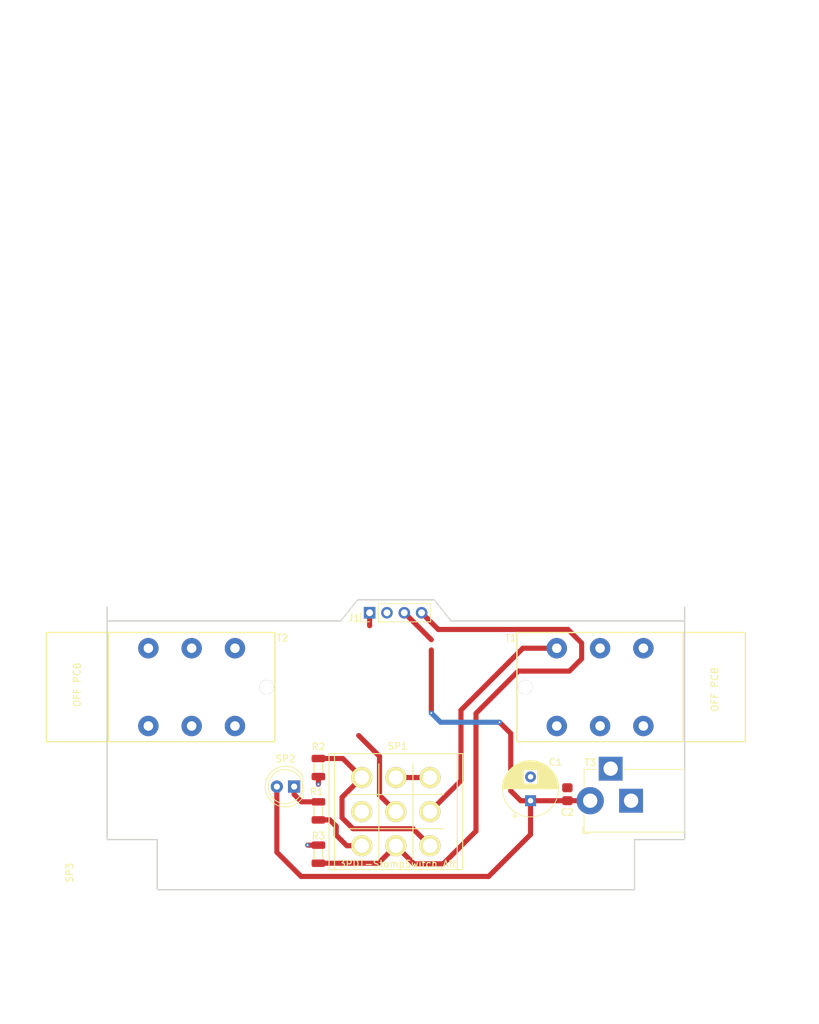
<source format=kicad_pcb>
(kicad_pcb (version 20171130) (host pcbnew "(5.1.2)-1")

  (general
    (thickness 1.6)
    (drawings 25)
    (tracks 67)
    (zones 0)
    (modules 12)
    (nets 18)
  )

  (page A4)
  (layers
    (0 F.Cu signal)
    (31 B.Cu signal)
    (32 B.Adhes user)
    (33 F.Adhes user)
    (34 B.Paste user)
    (35 F.Paste user)
    (36 B.SilkS user)
    (37 F.SilkS user)
    (38 B.Mask user)
    (39 F.Mask user)
    (40 Dwgs.User user)
    (41 Cmts.User user)
    (42 Eco1.User user)
    (43 Eco2.User user)
    (44 Edge.Cuts user)
    (45 Margin user)
    (46 B.CrtYd user)
    (47 F.CrtYd user)
    (48 B.Fab user)
    (49 F.Fab user hide)
  )

  (setup
    (last_trace_width 0.25)
    (trace_clearance 0.1524)
    (zone_clearance 0.508)
    (zone_45_only no)
    (trace_min 0.1524)
    (via_size 0.635)
    (via_drill 0.254)
    (via_min_size 0.635)
    (via_min_drill 0.254)
    (uvia_size 0.3)
    (uvia_drill 0.1)
    (uvias_allowed no)
    (uvia_min_size 0.2)
    (uvia_min_drill 0.1)
    (edge_width 0.05)
    (segment_width 0.2)
    (pcb_text_width 0.3)
    (pcb_text_size 1.5 1.5)
    (mod_edge_width 0.12)
    (mod_text_size 1 1)
    (mod_text_width 0.15)
    (pad_size 1.524 1.524)
    (pad_drill 0.762)
    (pad_to_mask_clearance 0.051)
    (solder_mask_min_width 0.25)
    (aux_axis_origin 0 0)
    (visible_elements 7FFFFFFF)
    (pcbplotparams
      (layerselection 0x010fc_ffffffff)
      (usegerberextensions false)
      (usegerberattributes false)
      (usegerberadvancedattributes false)
      (creategerberjobfile false)
      (excludeedgelayer true)
      (linewidth 0.100000)
      (plotframeref false)
      (viasonmask false)
      (mode 1)
      (useauxorigin false)
      (hpglpennumber 1)
      (hpglpenspeed 20)
      (hpglpendiameter 15.000000)
      (psnegative false)
      (psa4output false)
      (plotreference true)
      (plotvalue true)
      (plotinvisibletext false)
      (padsonsilk false)
      (subtractmaskfromsilk false)
      (outputformat 1)
      (mirror false)
      (drillshape 1)
      (scaleselection 1)
      (outputdirectory ""))
  )

  (net 0 "")
  (net 1 GND)
  (net 2 +9V)
  (net 3 "Net-(J1-Pad4)")
  (net 4 "Net-(J1-Pad1)")
  (net 5 "Net-(R1-Pad2)")
  (net 6 "Net-(R1-Pad1)")
  (net 7 "Net-(SP1-Pad4)")
  (net 8 "Net-(SP1-Pad5)")
  (net 9 "Net-(SP1-Pad1)")
  (net 10 "Net-(T1-Pad5)")
  (net 11 "Net-(T1-Pad3)")
  (net 12 "Net-(T1-Pad2)")
  (net 13 "Net-(T1-Pad1)")
  (net 14 "Net-(T2-Pad5)")
  (net 15 "Net-(T2-Pad3)")
  (net 16 "Net-(T2-Pad2)")
  (net 17 "Net-(T2-Pad1)")

  (net_class Default "This is the default net class."
    (clearance 0.1524)
    (trace_width 0.25)
    (via_dia 0.635)
    (via_drill 0.254)
    (uvia_dia 0.3)
    (uvia_drill 0.1)
    (add_net +9V)
    (add_net GND)
    (add_net "Net-(J1-Pad1)")
    (add_net "Net-(J1-Pad4)")
    (add_net "Net-(R1-Pad1)")
    (add_net "Net-(R1-Pad2)")
    (add_net "Net-(SP1-Pad1)")
    (add_net "Net-(SP1-Pad4)")
    (add_net "Net-(SP1-Pad5)")
    (add_net "Net-(T1-Pad1)")
    (add_net "Net-(T1-Pad2)")
    (add_net "Net-(T1-Pad3)")
    (add_net "Net-(T1-Pad5)")
    (add_net "Net-(T2-Pad1)")
    (add_net "Net-(T2-Pad2)")
    (add_net "Net-(T2-Pad3)")
    (add_net "Net-(T2-Pad5)")
  )

  (module AVR-KiCAD-Lib-Special:1590BB locked (layer F.Cu) (tedit 5CD60E47) (tstamp 5CD62AC8)
    (at 200 150 90)
    (path /5CD4DBCF)
    (fp_text reference SP3 (at 2.15 -89.85 90) (layer F.SilkS)
      (effects (font (size 1 1) (thickness 0.15)))
    )
    (fp_text value Hammond_1590BB (at 8.1 -89.8 90) (layer F.Fab)
      (effects (font (size 1 1) (thickness 0.15)))
    )
    (fp_line (start -20 -42) (end 130 -42) (layer Dwgs.User) (width 0.12))
    (fp_line (start 54.75 20) (end 54.75 -100) (layer Dwgs.User) (width 0.12))
    (fp_line (start 105.330166 0.581117) (end 104.331117 0.581117) (layer Dwgs.User) (width 0.2))
    (fp_line (start 104.331117 0.581117) (end 104.331117 1.580165) (layer Dwgs.User) (width 0.2))
    (fp_line (start 5.168883 1.580165) (end 5.168883 0.581117) (layer Dwgs.User) (width 0.2))
    (fp_line (start 5.168883 0.581117) (end 4.169835 0.581117) (layer Dwgs.User) (width 0.2))
    (fp_line (start 111.080166 -5.168883) (end 110.081117 -5.168883) (layer Dwgs.User) (width 0.2))
    (fp_line (start 110.081117 -5.168883) (end 110.081117 -4.169835) (layer Dwgs.User) (width 0.2))
    (fp_line (start 110.081117 -79.830166) (end 110.081117 -78.831117) (layer Dwgs.User) (width 0.2))
    (fp_line (start 110.081117 -78.831117) (end 111.080166 -78.831117) (layer Dwgs.User) (width 0.2))
    (fp_line (start -0.581117 -4.169835) (end -0.581117 -5.168883) (layer Dwgs.User) (width 0.2))
    (fp_line (start -0.581117 -5.168883) (end -1.580165 -5.168883) (layer Dwgs.User) (width 0.2))
    (fp_line (start -1.580165 -78.831117) (end -0.581117 -78.831117) (layer Dwgs.User) (width 0.2))
    (fp_line (start -0.581117 -78.831117) (end -0.581117 -79.830166) (layer Dwgs.User) (width 0.2))
    (fp_line (start 104.331117 -85.580166) (end 104.331117 -84.581117) (layer Dwgs.User) (width 0.2))
    (fp_line (start 104.331117 -84.581117) (end 105.330166 -84.581117) (layer Dwgs.User) (width 0.2))
    (fp_line (start 4.169835 -84.581117) (end 5.168883 -84.581117) (layer Dwgs.User) (width 0.2))
    (fp_line (start 5.168883 -84.581117) (end 5.168883 -85.580166) (layer Dwgs.User) (width 0.2))
    (fp_line (start 4.169835 -84) (end 5.168883 -84) (layer Dwgs.User) (width 0.2))
    (fp_line (start 5.168883 -84) (end 5.168883 -84.581117) (layer Dwgs.User) (width 0.2))
    (fp_line (start 4.169835 -84.581117) (end 4.169835 -84) (layer Dwgs.User) (width 0.2))
    (fp_line (start 3 -85.750952) (end 4.169835 -84.581117) (layer Dwgs.User) (width 0.2))
    (fp_line (start 5.168883 -85.580166) (end 3.999049 -86.75) (layer Dwgs.User) (width 0.2))
    (fp_line (start 5.168883 -84.581117) (end 104.331117 -84.581117) (layer Dwgs.User) (width 0.2))
    (fp_line (start 104.331117 -85.580166) (end 5.168883 -85.580166) (layer Dwgs.User) (width 0.2))
    (fp_line (start 0 -79.830166) (end 0 -78.831117) (layer Dwgs.User) (width 0.2))
    (fp_arc (start 0 -84) (end 0 -78.831117) (angle -90) (layer Dwgs.User) (width 0.2))
    (fp_arc (start 0 -84) (end 0 -79.830166) (angle -90) (layer Dwgs.User) (width 0.2))
    (fp_line (start 105.500952 -86.75) (end 104.331117 -85.580166) (layer Dwgs.User) (width 0.2))
    (fp_line (start 105.330166 -84.581117) (end 106.5 -85.750952) (layer Dwgs.User) (width 0.2))
    (fp_line (start 104.331117 -84) (end 105.330166 -84) (layer Dwgs.User) (width 0.2))
    (fp_line (start 105.330166 -84) (end 105.330166 -84.581117) (layer Dwgs.User) (width 0.2))
    (fp_line (start 104.331117 -84.581117) (end 104.331117 -84) (layer Dwgs.User) (width 0.2))
    (fp_line (start -0.581117 -78.831117) (end 0 -78.831117) (layer Dwgs.User) (width 0.2))
    (fp_line (start 0 -79.830166) (end -0.581117 -79.830166) (layer Dwgs.User) (width 0.2))
    (fp_line (start 109.5 -78.831117) (end 109.5 -79.830166) (layer Dwgs.User) (width 0.2))
    (fp_arc (start 109.5 -84) (end 105.330166 -84) (angle -90) (layer Dwgs.User) (width 0.2))
    (fp_arc (start 109.5 -84) (end 104.331117 -84) (angle -90) (layer Dwgs.User) (width 0.2))
    (fp_line (start -2.75 -80.000952) (end -1.580165 -78.831117) (layer Dwgs.User) (width 0.2))
    (fp_line (start -0.581117 -79.830166) (end -1.750951 -81) (layer Dwgs.User) (width 0.2))
    (fp_line (start -0.581117 -5.168883) (end -0.581117 -78.831117) (layer Dwgs.User) (width 0.2))
    (fp_line (start -1.580165 -78.831117) (end -1.580165 -5.168883) (layer Dwgs.User) (width 0.2))
    (fp_line (start 109.5 -78.831117) (end 110.081117 -78.831117) (layer Dwgs.User) (width 0.2))
    (fp_line (start 110.081117 -79.830166) (end 109.5 -79.830166) (layer Dwgs.User) (width 0.2))
    (fp_line (start -1.750951 -3) (end -0.581117 -4.169835) (layer Dwgs.User) (width 0.2))
    (fp_line (start -1.580165 -5.168883) (end -2.75 -3.999048) (layer Dwgs.User) (width 0.2))
    (fp_line (start 0 -4.169835) (end 0 -5.168883) (layer Dwgs.User) (width 0.2))
    (fp_line (start 0 -5.168883) (end -0.581117 -5.168883) (layer Dwgs.User) (width 0.2))
    (fp_line (start -0.581117 -4.169835) (end 0 -4.169835) (layer Dwgs.User) (width 0.2))
    (fp_line (start 111.250952 -81) (end 110.081117 -79.830166) (layer Dwgs.User) (width 0.2))
    (fp_line (start 111.080166 -78.831117) (end 112.25 -80.000952) (layer Dwgs.User) (width 0.2))
    (fp_line (start 110.081117 -78.831117) (end 110.081117 -5.168883) (layer Dwgs.User) (width 0.2))
    (fp_line (start 111.080166 -5.168883) (end 111.080166 -78.831117) (layer Dwgs.User) (width 0.2))
    (fp_line (start 4.169835 0) (end 5.168883 0) (layer Dwgs.User) (width 0.2))
    (fp_arc (start 0 0) (end 5.168883 0) (angle -90) (layer Dwgs.User) (width 0.2))
    (fp_arc (start 0 0) (end 4.169835 0) (angle -90) (layer Dwgs.User) (width 0.2))
    (fp_line (start 112.25 -3.999048) (end 111.080166 -5.168883) (layer Dwgs.User) (width 0.2))
    (fp_line (start 110.081117 -4.169835) (end 111.250952 -3) (layer Dwgs.User) (width 0.2))
    (fp_line (start 109.5 -5.168883) (end 109.5 -4.169835) (layer Dwgs.User) (width 0.2))
    (fp_line (start 109.5 -4.169835) (end 110.081117 -4.169835) (layer Dwgs.User) (width 0.2))
    (fp_line (start 110.081117 -5.168883) (end 109.5 -5.168883) (layer Dwgs.User) (width 0.2))
    (fp_line (start 5.168883 0.581117) (end 5.168883 0) (layer Dwgs.User) (width 0.2))
    (fp_line (start 4.169835 0) (end 4.169835 0.581117) (layer Dwgs.User) (width 0.2))
    (fp_line (start 104.331117 0) (end 105.330166 0) (layer Dwgs.User) (width 0.2))
    (fp_arc (start 109.5 0) (end 109.5 -4.169835) (angle -90) (layer Dwgs.User) (width 0.2))
    (fp_arc (start 109.5 0) (end 109.5 -5.168883) (angle -90) (layer Dwgs.User) (width 0.2))
    (fp_line (start 3.999049 2.75) (end 5.168883 1.580165) (layer Dwgs.User) (width 0.2))
    (fp_line (start 4.169835 0.581117) (end 3 1.750952) (layer Dwgs.User) (width 0.2))
    (fp_line (start 104.331117 0.581117) (end 5.168883 0.581117) (layer Dwgs.User) (width 0.2))
    (fp_line (start 5.168883 1.580165) (end 104.331117 1.580165) (layer Dwgs.User) (width 0.2))
    (fp_line (start 104.331117 0) (end 104.331117 0.581117) (layer Dwgs.User) (width 0.2))
    (fp_line (start 105.330166 0.581117) (end 105.330166 0) (layer Dwgs.User) (width 0.2))
    (fp_line (start 106.5 1.750952) (end 105.330166 0.581117) (layer Dwgs.User) (width 0.2))
    (fp_line (start 104.331117 1.580165) (end 105.500952 2.75) (layer Dwgs.User) (width 0.2))
    (fp_line (start 106.5 0) (end 106.5 1.750952) (layer Dwgs.User) (width 0.2))
    (fp_line (start 106.5 0) (end 105.330166 0) (layer Dwgs.User) (width 0.2))
    (fp_line (start 105.500952 2.75) (end 3.999049 2.75) (layer Dwgs.User) (width 0.2))
    (fp_line (start 3 0) (end 4.169835 0) (layer Dwgs.User) (width 0.2))
    (fp_line (start 3 1.750952) (end 3 0) (layer Dwgs.User) (width 0.2))
    (fp_line (start 0 -3) (end 0 -4.169835) (layer Dwgs.User) (width 0.2))
    (fp_arc (start 0 0) (end 3 0) (angle -90) (layer Dwgs.User) (width 0.2))
    (fp_line (start 0 -3) (end -1.750951 -3) (layer Dwgs.User) (width 0.2))
    (fp_line (start -2.75 -3.999048) (end -2.75 -80.000952) (layer Dwgs.User) (width 0.2))
    (fp_line (start 0 -81) (end 0 -79.830166) (layer Dwgs.User) (width 0.2))
    (fp_line (start -1.750951 -81) (end 0 -81) (layer Dwgs.User) (width 0.2))
    (fp_line (start 3 -84) (end 4.169835 -84) (layer Dwgs.User) (width 0.2))
    (fp_arc (start 0 -84) (end 0 -81) (angle -90) (layer Dwgs.User) (width 0.2))
    (fp_line (start 3 -84) (end 3 -85.750952) (layer Dwgs.User) (width 0.2))
    (fp_arc (start 109.5 0) (end 109.5 -3) (angle -90) (layer Dwgs.User) (width 0.2))
    (fp_line (start 109.5 -3) (end 109.5 -4.169835) (layer Dwgs.User) (width 0.2))
    (fp_line (start 111.250952 -3) (end 109.5 -3) (layer Dwgs.User) (width 0.2))
    (fp_line (start 112.25 -80.000952) (end 112.25 -3.999048) (layer Dwgs.User) (width 0.2))
    (fp_line (start 109.5 -81) (end 111.250952 -81) (layer Dwgs.User) (width 0.2))
    (fp_line (start 109.5 -81) (end 109.5 -79.830166) (layer Dwgs.User) (width 0.2))
    (fp_arc (start 109.5 -84) (end 106.5 -84) (angle -90) (layer Dwgs.User) (width 0.2))
    (fp_line (start 106.5 -84) (end 105.330166 -84) (layer Dwgs.User) (width 0.2))
    (fp_line (start 106.5 -85.750952) (end 106.5 -84) (layer Dwgs.User) (width 0.2))
    (fp_line (start 3.999049 -86.75) (end 105.500952 -86.75) (layer Dwgs.User) (width 0.2))
    (fp_circle (center 0 -84) (end 1.321 -84) (layer Dwgs.User) (width 0.2))
    (fp_circle (center 0 -84) (end 1.75 -84) (layer Dwgs.User) (width 0.2))
    (fp_circle (center 109.5 0) (end 110.821 0) (layer Dwgs.User) (width 0.2))
    (fp_circle (center 109.5 0) (end 111.25 0) (layer Dwgs.User) (width 0.2))
    (fp_circle (center 0 0) (end 1.321 0) (layer Dwgs.User) (width 0.2))
    (fp_circle (center 0 0) (end 1.75 0) (layer Dwgs.User) (width 0.2))
    (fp_circle (center 109.5 -84) (end 110.821 -84) (layer Dwgs.User) (width 0.2))
    (fp_circle (center 109.5 -84) (end 111.25 -84) (layer Dwgs.User) (width 0.2))
    (fp_curve (pts (xy 96.185709 -34.536037) (xy 96.170337 -34.587277) (xy 96.161286 -34.651595) (xy 96.155698 -34.713437)) (layer Dwgs.User) (width 0.2))
    (fp_curve (pts (xy 96.155698 -34.713437) (xy 96.147982 -34.79882) (xy 96.145694 -34.893419) (xy 96.145694 -34.978872)) (layer Dwgs.User) (width 0.2))
    (fp_line (start 96.145694 -34.978872) (end 96.145694 -35.733826) (layer Dwgs.User) (width 0.2))
    (fp_line (start 96.145694 -35.733826) (end 97.202096 -35.733826) (layer Dwgs.User) (width 0.2))
    (fp_line (start 97.202096 -35.733826) (end 97.202096 -35.034893) (layer Dwgs.User) (width 0.2))
    (fp_curve (pts (xy 97.202096 -35.034893) (xy 97.202096 -34.923295) (xy 97.198838 -34.794414) (xy 97.186599 -34.682858)) (layer Dwgs.User) (width 0.2))
    (fp_curve (pts (xy 97.186599 -34.682858) (xy 97.174076 -34.56872) (xy 97.156108 -34.506058) (xy 97.136247 -34.459593)) (layer Dwgs.User) (width 0.2))
    (fp_curve (pts (xy 97.136247 -34.459593) (xy 97.11458 -34.4089) (xy 97.084757 -34.363609) (xy 97.045754 -34.324647)) (layer Dwgs.User) (width 0.2))
    (fp_curve (pts (xy 97.045754 -34.324647) (xy 96.999263 -34.278206) (xy 96.944757 -34.245704) (xy 96.890939 -34.223456)) (layer Dwgs.User) (width 0.2))
    (fp_curve (pts (xy 96.890939 -34.223456) (xy 96.819282 -34.193834) (xy 96.743422 -34.181235) (xy 96.665892 -34.181235)) (layer Dwgs.User) (width 0.2))
    (fp_curve (pts (xy 96.665892 -34.181235) (xy 96.619238 -34.181235) (xy 96.572396 -34.18554) (xy 96.526907 -34.195932)) (layer Dwgs.User) (width 0.2))
    (fp_curve (pts (xy 96.526907 -34.195932) (xy 96.485539 -34.205383) (xy 96.445817 -34.219745) (xy 96.408542 -34.240025)) (layer Dwgs.User) (width 0.2))
    (fp_curve (pts (xy 96.408542 -34.240025) (xy 96.370249 -34.26086) (xy 96.324517 -34.293053) (xy 96.281737 -34.346342)) (layer Dwgs.User) (width 0.2))
    (fp_curve (pts (xy 96.281737 -34.346342) (xy 96.23697 -34.402108) (xy 96.206438 -34.46763) (xy 96.185709 -34.536037)) (layer Dwgs.User) (width 0.2))
    (fp_curve (pts (xy 94.545084 -34.546707) (xy 94.538448 -34.584311) (xy 94.534989 -34.633198) (xy 94.53308 -34.670755)) (layer Dwgs.User) (width 0.2))
    (fp_curve (pts (xy 94.53308 -34.670755) (xy 94.529968 -34.731942) (xy 94.529078 -34.800468) (xy 94.529078 -34.861494)) (layer Dwgs.User) (width 0.2))
    (fp_line (start 94.529078 -34.861494) (end 94.529078 -35.733826) (layer Dwgs.User) (width 0.2))
    (fp_line (start 94.529078 -35.733826) (end 95.732203 -35.733826) (layer Dwgs.User) (width 0.2))
    (fp_line (start 95.732203 -35.733826) (end 95.732203 -34.925518) (layer Dwgs.User) (width 0.2))
    (fp_curve (pts (xy 95.732203 -34.925518) (xy 95.732203 -34.817183) (xy 95.727557 -34.699155) (xy 95.712514 -34.591588)) (layer Dwgs.User) (width 0.2))
    (fp_curve (pts (xy 95.712514 -34.591588) (xy 95.69645 -34.476718) (xy 95.67326 -34.407288) (xy 95.652778 -34.360326)) (layer Dwgs.User) (width 0.2))
    (fp_curve (pts (xy 95.652778 -34.360326) (xy 95.624822 -34.296229) (xy 95.586611 -34.239016) (xy 95.536808 -34.189926)) (layer Dwgs.User) (width 0.2))
    (fp_curve (pts (xy 95.536808 -34.189926) (xy 95.491792 -34.145554) (xy 95.434683 -34.104568) (xy 95.364026 -34.075363)) (layer Dwgs.User) (width 0.2))
    (fp_curve (pts (xy 95.364026 -34.075363) (xy 95.290141 -34.044824) (xy 95.211914 -34.031845) (xy 95.131974 -34.031845)) (layer Dwgs.User) (width 0.2))
    (fp_curve (pts (xy 95.131974 -34.031845) (xy 95.061996 -34.031845) (xy 94.992462 -34.040863) (xy 94.925929 -34.062587)) (layer Dwgs.User) (width 0.2))
    (fp_curve (pts (xy 94.925929 -34.062587) (xy 94.848827 -34.087763) (xy 94.793865 -34.123852) (xy 94.757703 -34.151445)) (layer Dwgs.User) (width 0.2))
    (fp_curve (pts (xy 94.757703 -34.151445) (xy 94.689435 -34.203535) (xy 94.653395 -34.256789) (xy 94.632466 -34.293118)) (layer Dwgs.User) (width 0.2))
    (fp_curve (pts (xy 94.632466 -34.293118) (xy 94.587946 -34.370397) (xy 94.561148 -34.459084) (xy 94.545084 -34.546707)) (layer Dwgs.User) (width 0.2))
    (fp_line (start 94.115587 -36.198003) (end 94.115587 -34.864162) (layer Dwgs.User) (width 0.2))
    (fp_curve (pts (xy 94.115587 -34.864162) (xy 94.115587 -34.715019) (xy 94.124253 -34.556789) (xy 94.150261 -34.409695)) (layer Dwgs.User) (width 0.2))
    (fp_curve (pts (xy 94.150261 -34.409695) (xy 94.178325 -34.250973) (xy 94.219229 -34.144812) (xy 94.253512 -34.072037)) (layer Dwgs.User) (width 0.2))
    (fp_curve (pts (xy 94.253512 -34.072037) (xy 94.313003 -33.945754) (xy 94.379492 -33.871151) (xy 94.42635 -33.8264)) (layer Dwgs.User) (width 0.2))
    (fp_curve (pts (xy 94.42635 -33.8264) (xy 94.543855 -33.71418) (xy 94.68017 -33.653256) (xy 94.730869 -33.63209)) (layer Dwgs.User) (width 0.2))
    (fp_curve (pts (xy 94.730869 -33.63209) (xy 94.858123 -33.578963) (xy 94.991409 -33.554329) (xy 95.129307 -33.554329)) (layer Dwgs.User) (width 0.2))
    (fp_curve (pts (xy 95.129307 -33.554329) (xy 95.206421 -33.554329) (xy 95.283061 -33.56242) (xy 95.357964 -33.580772)) (layer Dwgs.User) (width 0.2))
    (fp_curve (pts (xy 95.357964 -33.580772) (xy 95.429164 -33.598216) (xy 95.496937 -33.624477) (xy 95.561005 -33.660099)) (layer Dwgs.User) (width 0.2))
    (fp_curve (pts (xy 95.561005 -33.660099) (xy 95.622279 -33.694167) (xy 95.715722 -33.755095) (xy 95.803595 -33.866107)) (layer Dwgs.User) (width 0.2))
    (fp_curve (pts (xy 95.803595 -33.866107) (xy 95.885344 -33.969381) (xy 95.940762 -34.089511) (xy 95.97763 -34.215915)) (layer Dwgs.User) (width 0.2))
    (fp_curve (pts (xy 95.97763 -34.215915) (xy 96.026501 -34.11711) (xy 96.088422 -34.024958) (xy 96.167495 -33.948112)) (layer Dwgs.User) (width 0.2))
    (fp_curve (pts (xy 96.167495 -33.948112) (xy 96.250593 -33.867356) (xy 96.339255 -33.817714) (xy 96.415669 -33.785755)) (layer Dwgs.User) (width 0.2))
    (fp_curve (pts (xy 96.415669 -33.785755) (xy 96.512769 -33.745144) (xy 96.613995 -33.725061) (xy 96.719246 -33.725061)) (layer Dwgs.User) (width 0.2))
    (fp_curve (pts (xy 96.719246 -33.725061) (xy 96.788054 -33.725061) (xy 96.855842 -33.733339) (xy 96.922566 -33.750145)) (layer Dwgs.User) (width 0.2))
    (fp_curve (pts (xy 96.922566 -33.750145) (xy 96.990567 -33.767273) (xy 97.055532 -33.792772) (xy 97.117605 -33.825397)) (layer Dwgs.User) (width 0.2))
    (fp_curve (pts (xy 97.117605 -33.825397) (xy 97.20109 -33.869277) (xy 97.290541 -33.931002) (xy 97.368995 -34.020604)) (layer Dwgs.User) (width 0.2))
    (fp_curve (pts (xy 97.368995 -34.020604) (xy 97.433145 -34.093871) (xy 97.494606 -34.18856) (xy 97.539673 -34.322451)) (layer Dwgs.User) (width 0.2))
    (fp_curve (pts (xy 97.539673 -34.322451) (xy 97.596092 -34.490071) (xy 97.615587 -34.687521) (xy 97.615587 -34.885503)) (layer Dwgs.User) (width 0.2))
    (fp_line (start 97.615587 -34.885503) (end 97.615587 -36.198003) (layer Dwgs.User) (width 0.2))
    (fp_line (start 97.615587 -36.198003) (end 94.115587 -36.198003) (layer Dwgs.User) (width 0.2))
    (fp_line (start 99.623546 -54.50231) (end 99.623546 -54.038133) (layer Dwgs.User) (width 0.2))
    (fp_line (start 99.623546 -54.038133) (end 101.272174 -54.038133) (layer Dwgs.User) (width 0.2))
    (fp_line (start 101.272174 -54.038133) (end 101.272174 -52.224109) (layer Dwgs.User) (width 0.2))
    (fp_line (start 101.272174 -52.224109) (end 99.623546 -52.224109) (layer Dwgs.User) (width 0.2))
    (fp_line (start 99.623546 -52.224109) (end 99.623546 -51.759932) (layer Dwgs.User) (width 0.2))
    (fp_line (start 99.623546 -51.759932) (end 103.123546 -51.759932) (layer Dwgs.User) (width 0.2))
    (fp_line (start 103.123546 -51.759932) (end 103.123546 -52.224109) (layer Dwgs.User) (width 0.2))
    (fp_line (start 103.123546 -52.224109) (end 101.685665 -52.224109) (layer Dwgs.User) (width 0.2))
    (fp_line (start 101.685665 -52.224109) (end 101.685665 -54.038133) (layer Dwgs.User) (width 0.2))
    (fp_line (start 101.685665 -54.038133) (end 103.123546 -54.038133) (layer Dwgs.User) (width 0.2))
    (fp_line (start 103.123546 -54.038133) (end 103.123546 -54.50231) (layer Dwgs.User) (width 0.2))
    (fp_line (start 103.123546 -54.50231) (end 99.623546 -54.50231) (layer Dwgs.User) (width 0.2))
    (fp_line (start 99.623546 -51.37045) (end 99.623546 -50.879597) (layer Dwgs.User) (width 0.2))
    (fp_line (start 99.623546 -50.879597) (end 100.682616 -50.49545) (layer Dwgs.User) (width 0.2))
    (fp_line (start 100.682616 -50.49545) (end 100.682616 -49.028225) (layer Dwgs.User) (width 0.2))
    (fp_line (start 100.682616 -49.028225) (end 99.623546 -48.622737) (layer Dwgs.User) (width 0.2))
    (fp_line (start 99.623546 -48.622737) (end 99.623546 -48.094536) (layer Dwgs.User) (width 0.2))
    (fp_line (start 99.623546 -48.094536) (end 103.123546 -49.524414) (layer Dwgs.User) (width 0.2))
    (fp_line (start 103.123546 -49.524414) (end 103.123546 -50.025938) (layer Dwgs.User) (width 0.2))
    (fp_line (start 103.123546 -50.025938) (end 99.623546 -51.37045) (layer Dwgs.User) (width 0.2))
    (fp_line (start 102.029796 -49.54042) (end 101.058759 -49.17228) (layer Dwgs.User) (width 0.2))
    (fp_line (start 101.058759 -49.17228) (end 101.058759 -50.362066) (layer Dwgs.User) (width 0.2))
    (fp_line (start 101.058759 -50.362066) (end 102.085817 -49.975252) (layer Dwgs.User) (width 0.2))
    (fp_curve (pts (xy 102.085817 -49.975252) (xy 102.195943 -49.935607) (xy 102.307319 -49.899736) (xy 102.419944 -49.867878)) (layer Dwgs.User) (width 0.2))
    (fp_curve (pts (xy 102.419944 -49.867878) (xy 102.530779 -49.836526) (xy 102.642599 -49.809124) (xy 102.755405 -49.785847)) (layer Dwgs.User) (width 0.2))
    (fp_curve (pts (xy 102.755405 -49.785847) (xy 102.649159 -49.755777) (xy 102.537043 -49.719796) (xy 102.432616 -49.684475)) (layer Dwgs.User) (width 0.2))
    (fp_curve (pts (xy 102.432616 -49.684475) (xy 102.299341 -49.639396) (xy 102.161487 -49.589606) (xy 102.029796 -49.54042)) (layer Dwgs.User) (width 0.2))
    (fp_line (start 99.623546 -47.739734) (end 99.623546 -47.294231) (layer Dwgs.User) (width 0.2))
    (fp_line (start 99.623546 -47.294231) (end 102.603348 -47.294231) (layer Dwgs.User) (width 0.2))
    (fp_line (start 102.603348 -47.294231) (end 99.623546 -46.280511) (layer Dwgs.User) (width 0.2))
    (fp_line (start 99.623546 -46.280511) (end 99.623546 -45.864353) (layer Dwgs.User) (width 0.2))
    (fp_line (start 99.623546 -45.864353) (end 102.552662 -44.84263) (layer Dwgs.User) (width 0.2))
    (fp_line (start 102.552662 -44.84263) (end 99.623546 -44.84263) (layer Dwgs.User) (width 0.2))
    (fp_line (start 99.623546 -44.84263) (end 99.623546 -44.397127) (layer Dwgs.User) (width 0.2))
    (fp_line (start 99.623546 -44.397127) (end 103.123546 -44.397127) (layer Dwgs.User) (width 0.2))
    (fp_line (start 103.123546 -44.397127) (end 103.123546 -45.018697) (layer Dwgs.User) (width 0.2))
    (fp_line (start 103.123546 -45.018697) (end 100.687951 -45.859018) (layer Dwgs.User) (width 0.2))
    (fp_curve (pts (xy 100.687951 -45.859018) (xy 100.582487 -45.895437) (xy 100.468559 -45.934371) (xy 100.362494 -45.969726)) (layer Dwgs.User) (width 0.2))
    (fp_curve (pts (xy 100.362494 -45.969726) (xy 100.288537 -45.994379) (xy 100.202635 -46.022548) (xy 100.127738 -46.045755)) (layer Dwgs.User) (width 0.2))
    (fp_curve (pts (xy 100.127738 -46.045755) (xy 100.195767 -46.067014) (xy 100.275159 -46.092584) (xy 100.342486 -46.114448)) (layer Dwgs.User) (width 0.2))
    (fp_curve (pts (xy 100.342486 -46.114448) (xy 100.440878 -46.1464) (xy 100.547275 -46.181406) (xy 100.645268 -46.213819)) (layer Dwgs.User) (width 0.2))
    (fp_line (start 100.645268 -46.213819) (end 103.123546 -47.043469) (layer Dwgs.User) (width 0.2))
    (fp_line (start 103.123546 -47.043469) (end 103.123546 -47.739734) (layer Dwgs.User) (width 0.2))
    (fp_line (start 103.123546 -47.739734) (end 99.623546 -47.739734) (layer Dwgs.User) (width 0.2))
    (fp_line (start 99.623546 -43.666182) (end 99.623546 -43.220679) (layer Dwgs.User) (width 0.2))
    (fp_line (start 99.623546 -43.220679) (end 102.603348 -43.220679) (layer Dwgs.User) (width 0.2))
    (fp_line (start 102.603348 -43.220679) (end 99.623546 -42.20696) (layer Dwgs.User) (width 0.2))
    (fp_line (start 99.623546 -42.20696) (end 99.623546 -41.790801) (layer Dwgs.User) (width 0.2))
    (fp_line (start 99.623546 -41.790801) (end 102.552662 -40.769079) (layer Dwgs.User) (width 0.2))
    (fp_line (start 102.552662 -40.769079) (end 99.623546 -40.769079) (layer Dwgs.User) (width 0.2))
    (fp_line (start 99.623546 -40.769079) (end 99.623546 -40.323576) (layer Dwgs.User) (width 0.2))
    (fp_line (start 99.623546 -40.323576) (end 103.123546 -40.323576) (layer Dwgs.User) (width 0.2))
    (fp_line (start 103.123546 -40.323576) (end 103.123546 -40.945146) (layer Dwgs.User) (width 0.2))
    (fp_line (start 103.123546 -40.945146) (end 100.687951 -41.785466) (layer Dwgs.User) (width 0.2))
    (fp_curve (pts (xy 100.687951 -41.785466) (xy 100.582487 -41.821885) (xy 100.468559 -41.860819) (xy 100.362494 -41.896175)) (layer Dwgs.User) (width 0.2))
    (fp_curve (pts (xy 100.362494 -41.896175) (xy 100.288537 -41.920827) (xy 100.202635 -41.948996) (xy 100.127738 -41.972204)) (layer Dwgs.User) (width 0.2))
    (fp_curve (pts (xy 100.127738 -41.972204) (xy 100.195767 -41.993463) (xy 100.275159 -42.019032) (xy 100.342486 -42.040896)) (layer Dwgs.User) (width 0.2))
    (fp_curve (pts (xy 100.342486 -42.040896) (xy 100.440878 -42.072848) (xy 100.547275 -42.107854) (xy 100.645268 -42.140268)) (layer Dwgs.User) (width 0.2))
    (fp_line (start 100.645268 -42.140268) (end 103.123546 -42.969917) (layer Dwgs.User) (width 0.2))
    (fp_line (start 103.123546 -42.969917) (end 103.123546 -43.666182) (layer Dwgs.User) (width 0.2))
    (fp_line (start 103.123546 -43.666182) (end 99.623546 -43.666182) (layer Dwgs.User) (width 0.2))
    (fp_curve (pts (xy 101.373546 -36.847585) (xy 101.132588 -36.847585) (xy 100.883879 -36.879591) (xy 100.66164 -36.973529)) (layer Dwgs.User) (width 0.2))
    (fp_curve (pts (xy 100.66164 -36.973529) (xy 100.500071 -37.041823) (xy 100.378673 -37.131681) (xy 100.280714 -37.232049)) (layer Dwgs.User) (width 0.2))
    (fp_curve (pts (xy 100.280714 -37.232049) (xy 100.181656 -37.333543) (xy 100.103427 -37.449064) (xy 100.049304 -37.580153)) (layer Dwgs.User) (width 0.2))
    (fp_curve (pts (xy 100.049304 -37.580153) (xy 99.988164 -37.728241) (xy 99.962342 -37.885182) (xy 99.962342 -38.045374)) (layer Dwgs.User) (width 0.2))
    (fp_curve (pts (xy 99.962342 -38.045374) (xy 99.962342 -38.128074) (xy 99.969388 -38.210487) (xy 99.985063 -38.291691)) (layer Dwgs.User) (width 0.2))
    (fp_curve (pts (xy 99.985063 -38.291691) (xy 99.999964 -38.368889) (xy 100.022444 -38.443853) (xy 100.053226 -38.516201)) (layer Dwgs.User) (width 0.2))
    (fp_curve (pts (xy 100.053226 -38.516201) (xy 100.11213 -38.654645) (xy 100.197952 -38.775316) (xy 100.305597 -38.880425)) (layer Dwgs.User) (width 0.2))
    (fp_curve (pts (xy 100.305597 -38.880425) (xy 100.382878 -38.955885) (xy 100.506605 -39.057898) (xy 100.698886 -39.133855)) (layer Dwgs.User) (width 0.2))
    (fp_curve (pts (xy 100.698886 -39.133855) (xy 100.896219 -39.211807) (xy 101.110835 -39.240496) (xy 101.32286 -39.240496)) (layer Dwgs.User) (width 0.2))
    (fp_curve (pts (xy 101.32286 -39.240496) (xy 101.479571 -39.240496) (xy 101.64096 -39.230015) (xy 101.795209 -39.201779)) (layer Dwgs.User) (width 0.2))
    (fp_curve (pts (xy 101.795209 -39.201779) (xy 101.92329 -39.178333) (xy 102.051313 -39.141765) (xy 102.168873 -39.085628)) (layer Dwgs.User) (width 0.2))
    (fp_curve (pts (xy 102.168873 -39.085628) (xy 102.272297 -39.036242) (xy 102.366604 -38.97221) (xy 102.446143 -38.889677)) (layer Dwgs.User) (width 0.2))
    (fp_curve (pts (xy 102.446143 -38.889677) (xy 102.550921 -38.780955) (xy 102.63874 -38.651743) (xy 102.696751 -38.512339)) (layer Dwgs.User) (width 0.2))
    (fp_curve (pts (xy 102.696751 -38.512339) (xy 102.759447 -38.36168) (xy 102.787418 -38.203217) (xy 102.787418 -38.040039)) (layer Dwgs.User) (width 0.2))
    (fp_curve (pts (xy 102.787418 -38.040039) (xy 102.787418 -37.954287) (xy 102.779405 -37.869099) (xy 102.761947 -37.785141)) (layer Dwgs.User) (width 0.2))
    (fp_curve (pts (xy 102.761947 -37.785141) (xy 102.745072 -37.703989) (xy 102.719706 -37.625591) (xy 102.685534 -37.550075)) (layer Dwgs.User) (width 0.2))
    (fp_curve (pts (xy 102.685534 -37.550075) (xy 102.640451 -37.450446) (xy 102.567181 -37.326153) (xy 102.448475 -37.211677)) (layer Dwgs.User) (width 0.2))
    (fp_curve (pts (xy 102.448475 -37.211677) (xy 102.366377 -37.132504) (xy 102.243658 -37.038864) (xy 102.055056 -36.964557)) (layer Dwgs.User) (width 0.2))
    (fp_curve (pts (xy 102.055056 -36.964557) (xy 101.839138 -36.879487) (xy 101.605484 -36.847585) (xy 101.373546 -36.847585)) (layer Dwgs.User) (width 0.2))
    (fp_curve (pts (xy 101.328195 -39.718012) (xy 101.18723 -39.718012) (xy 101.047623 -39.704012) (xy 100.909725 -39.674763)) (layer Dwgs.User) (width 0.2))
    (fp_curve (pts (xy 100.909725 -39.674763) (xy 100.772735 -39.645707) (xy 100.640408 -39.602233) (xy 100.512591 -39.545019)) (layer Dwgs.User) (width 0.2))
    (fp_curve (pts (xy 100.512591 -39.545019) (xy 100.370061 -39.481218) (xy 100.192128 -39.382013) (xy 100.023889 -39.211208)) (layer Dwgs.User) (width 0.2))
    (fp_curve (pts (xy 100.023889 -39.211208) (xy 99.882506 -39.067669) (xy 99.768562 -38.89458) (xy 99.691195 -38.708124)) (layer Dwgs.User) (width 0.2))
    (fp_curve (pts (xy 99.691195 -38.708124) (xy 99.603196 -38.496046) (xy 99.564857 -38.272301) (xy 99.564857 -38.042707)) (layer Dwgs.User) (width 0.2))
    (fp_curve (pts (xy 99.564857 -38.042707) (xy 99.564857 -37.918307) (xy 99.577051 -37.795044) (xy 99.602719 -37.67332)) (layer Dwgs.User) (width 0.2))
    (fp_curve (pts (xy 99.602719 -37.67332) (xy 99.628092 -37.552993) (xy 99.666087 -37.436754) (xy 99.716305 -37.324501)) (layer Dwgs.User) (width 0.2))
    (fp_curve (pts (xy 99.716305 -37.324501) (xy 99.823594 -37.084676) (xy 99.952455 -36.939463) (xy 100.027844 -36.86432)) (layer Dwgs.User) (width 0.2))
    (fp_curve (pts (xy 100.027844 -36.86432) (xy 100.194041 -36.698665) (xy 100.383656 -36.592048) (xy 100.553747 -36.521893)) (layer Dwgs.User) (width 0.2))
    (fp_curve (pts (xy 100.553747 -36.521893) (xy 100.812946 -36.414985) (xy 101.087867 -36.370069) (xy 101.36821 -36.370069)) (layer Dwgs.User) (width 0.2))
    (fp_curve (pts (xy 101.36821 -36.370069) (xy 101.519977 -36.370069) (xy 101.6715 -36.382834) (xy 101.820488 -36.41178)) (layer Dwgs.User) (width 0.2))
    (fp_curve (pts (xy 101.820488 -36.41178) (xy 101.960398 -36.438962) (xy 102.096266 -36.480062) (xy 102.226965 -36.536912)) (layer Dwgs.User) (width 0.2))
    (fp_curve (pts (xy 102.226965 -36.536912) (xy 102.465958 -36.640865) (xy 102.617712 -36.766094) (xy 102.714821 -36.862205)) (layer Dwgs.User) (width 0.2))
    (fp_curve (pts (xy 102.714821 -36.862205) (xy 102.906232 -37.051651) (xy 103.006569 -37.253512) (xy 103.057033 -37.374857)) (layer Dwgs.User) (width 0.2))
    (fp_curve (pts (xy 103.057033 -37.374857) (xy 103.145613 -37.587851) (xy 103.184902 -37.812038) (xy 103.184902 -38.042707)) (layer Dwgs.User) (width 0.2))
    (fp_curve (pts (xy 103.184902 -38.042707) (xy 103.184902 -38.165186) (xy 103.174761 -38.287484) (xy 103.151795 -38.407797)) (layer Dwgs.User) (width 0.2))
    (fp_curve (pts (xy 103.151795 -38.407797) (xy 103.130225 -38.520791) (xy 103.097608 -38.630649) (xy 103.052472 -38.73646)) (layer Dwgs.User) (width 0.2))
    (fp_curve (pts (xy 103.052472 -38.73646) (xy 102.971447 -38.926401) (xy 102.854787 -39.092264) (xy 102.706798 -39.236283)) (layer Dwgs.User) (width 0.2))
    (fp_curve (pts (xy 102.706798 -39.236283) (xy 102.608741 -39.33171) (xy 102.442745 -39.470323) (xy 102.179435 -39.573783)) (layer Dwgs.User) (width 0.2))
    (fp_curve (pts (xy 102.179435 -39.573783) (xy 101.910367 -39.679506) (xy 101.617068 -39.718012) (xy 101.328195 -39.718012)) (layer Dwgs.User) (width 0.2))
    (fp_line (start 99.623546 -35.777844) (end 99.623546 -35.335009) (layer Dwgs.User) (width 0.2))
    (fp_line (start 99.623546 -35.335009) (end 102.371259 -35.335009) (layer Dwgs.User) (width 0.2))
    (fp_line (start 102.371259 -35.335009) (end 99.623546 -33.494307) (layer Dwgs.User) (width 0.2))
    (fp_line (start 99.623546 -33.494307) (end 99.623546 -33.01946) (layer Dwgs.User) (width 0.2))
    (fp_line (start 99.623546 -33.01946) (end 103.123546 -33.01946) (layer Dwgs.User) (width 0.2))
    (fp_line (start 103.123546 -33.01946) (end 103.123546 -33.462295) (layer Dwgs.User) (width 0.2))
    (fp_line (start 103.123546 -33.462295) (end 100.375832 -33.462295) (layer Dwgs.User) (width 0.2))
    (fp_line (start 100.375832 -33.462295) (end 103.123546 -35.302996) (layer Dwgs.User) (width 0.2))
    (fp_line (start 103.123546 -35.302996) (end 103.123546 -35.777844) (layer Dwgs.User) (width 0.2))
    (fp_line (start 103.123546 -35.777844) (end 99.623546 -35.777844) (layer Dwgs.User) (width 0.2))
    (fp_line (start 99.623546 -32.243164) (end 99.623546 -30.978682) (layer Dwgs.User) (width 0.2))
    (fp_curve (pts (xy 99.623546 -30.978682) (xy 99.623546 -30.753973) (xy 99.645898 -30.45996) (xy 99.754617 -30.197841)) (layer Dwgs.User) (width 0.2))
    (fp_curve (pts (xy 99.754617 -30.197841) (xy 99.814219 -30.054141) (xy 99.893382 -29.935574) (xy 100.004368 -29.825928)) (layer Dwgs.User) (width 0.2))
    (fp_curve (pts (xy 100.004368 -29.825928) (xy 100.113312 -29.7183) (xy 100.254845 -29.606918) (xy 100.492855 -29.510207)) (layer Dwgs.User) (width 0.2))
    (fp_curve (pts (xy 100.492855 -29.510207) (xy 100.84065 -29.368887) (xy 101.176539 -29.348728) (xy 101.39222 -29.348728)) (layer Dwgs.User) (width 0.2))
    (fp_curve (pts (xy 101.39222 -29.348728) (xy 101.576827 -29.348728) (xy 101.76272 -29.364658) (xy 101.943227 -29.403524)) (layer Dwgs.User) (width 0.2))
    (fp_curve (pts (xy 101.943227 -29.403524) (xy 102.115867 -29.440696) (xy 102.270226 -29.495047) (xy 102.408332 -29.568097)) (layer Dwgs.User) (width 0.2))
    (fp_curve (pts (xy 102.408332 -29.568097) (xy 102.56774 -29.652415) (xy 102.706389 -29.76262) (xy 102.822098 -29.900939)) (layer Dwgs.User) (width 0.2))
    (fp_curve (pts (xy 102.822098 -29.900939) (xy 102.883322 -29.972067) (xy 102.934222 -30.050071) (xy 102.975489 -30.134361)) (layer Dwgs.User) (width 0.2))
    (fp_curve (pts (xy 102.975489 -30.134361) (xy 103.018966 -30.223164) (xy 103.05069 -30.316782) (xy 103.07286 -30.413134)) (layer Dwgs.User) (width 0.2))
    (fp_curve (pts (xy 103.07286 -30.413134) (xy 103.092506 -30.49689) (xy 103.103937 -30.5918) (xy 103.110874 -30.677234)) (layer Dwgs.User) (width 0.2))
    (fp_curve (pts (xy 103.110874 -30.677234) (xy 103.120397 -30.794513) (xy 103.123546 -30.919901) (xy 103.123546 -31.037371)) (layer Dwgs.User) (width 0.2))
    (fp_line (start 103.123546 -31.037371) (end 103.123546 -32.243164) (layer Dwgs.User) (width 0.2))
    (fp_line (start 103.123546 -32.243164) (end 99.623546 -32.243164) (layer Dwgs.User) (width 0.2))
    (fp_curve (pts (xy 100.282463 -30.17571) (xy 100.2415 -30.215742) (xy 100.207203 -30.261578) (xy 100.178424 -30.311095)) (layer Dwgs.User) (width 0.2))
    (fp_curve (pts (xy 100.178424 -30.311095) (xy 100.146121 -30.366674) (xy 100.120888 -30.426694) (xy 100.101061 -30.487829)) (layer Dwgs.User) (width 0.2))
    (fp_curve (pts (xy 100.101061 -30.487829) (xy 100.079315 -30.554878) (xy 100.037037 -30.706595) (xy 100.037037 -31.032036)) (layer Dwgs.User) (width 0.2))
    (fp_line (start 100.037037 -31.032036) (end 100.037037 -31.778987) (layer Dwgs.User) (width 0.2))
    (fp_line (start 100.037037 -31.778987) (end 102.710055 -31.778987) (layer Dwgs.User) (width 0.2))
    (fp_line (start 102.710055 -31.778987) (end 102.710055 -31.042707) (layer Dwgs.User) (width 0.2))
    (fp_curve (pts (xy 102.710055 -31.042707) (xy 102.710055 -30.927837) (xy 102.705831 -30.802256) (xy 102.692048 -30.687905)) (layer Dwgs.User) (width 0.2))
    (fp_curve (pts (xy 102.692048 -30.687905) (xy 102.681733 -30.602331) (xy 102.665241 -30.5157) (xy 102.638027 -30.445146)) (layer Dwgs.User) (width 0.2))
    (fp_curve (pts (xy 102.638027 -30.445146) (xy 102.615153 -30.385178) (xy 102.584702 -30.329222) (xy 102.547347 -30.277029)) (layer Dwgs.User) (width 0.2))
    (fp_curve (pts (xy 102.547347 -30.277029) (xy 102.507854 -30.221849) (xy 102.461582 -30.172187) (xy 102.410611 -30.127398)) (layer Dwgs.User) (width 0.2))
    (fp_curve (pts (xy 102.410611 -30.127398) (xy 102.333389 -30.059541) (xy 102.229323 -29.98) (xy 102.061064 -29.920148)) (layer Dwgs.User) (width 0.2))
    (fp_curve (pts (xy 102.061064 -29.920148) (xy 101.864944 -29.850386) (xy 101.633139 -29.826243) (xy 101.400223 -29.826243)) (layer Dwgs.User) (width 0.2))
    (fp_curve (pts (xy 101.400223 -29.826243) (xy 101.245185 -29.826243) (xy 101.085022 -29.836745) (xy 100.932548 -29.865441)) (layer Dwgs.User) (width 0.2))
    (fp_curve (pts (xy 100.932548 -29.865441) (xy 100.761764 -29.897582) (xy 100.646622 -29.943546) (xy 100.566381 -29.981292)) (layer Dwgs.User) (width 0.2))
    (fp_curve (pts (xy 100.566381 -29.981292) (xy 100.461681 -30.030545) (xy 100.3643 -30.093873) (xy 100.282463 -30.17571)) (layer Dwgs.User) (width 0.2))
    (fp_line (start 94.115587 -48.872164) (end 97.628926 -48.872164) (layer Dwgs.User) (width 0.2))
    (fp_line (start 97.628926 -48.872164) (end 97.628926 -49.149603) (layer Dwgs.User) (width 0.2))
    (fp_curve (pts (xy 97.628926 -49.149603) (xy 97.444538 -49.240713) (xy 97.283354 -49.394251) (xy 97.160747 -49.531082)) (layer Dwgs.User) (width 0.2))
    (fp_curve (pts (xy 97.160747 -49.531082) (xy 96.992329 -49.71904) (xy 96.857975 -49.931975) (xy 96.751258 -50.160655)) (layer Dwgs.User) (width 0.2))
    (fp_line (start 96.751258 -50.160655) (end 96.335099 -50.160655) (layer Dwgs.User) (width 0.2))
    (fp_curve (pts (xy 96.335099 -50.160655) (xy 96.398815 -49.989989) (xy 96.490619 -49.822958) (xy 96.557851 -49.708483)) (layer Dwgs.User) (width 0.2))
    (fp_curve (pts (xy 96.557851 -49.708483) (xy 96.640417 -49.567897) (xy 96.74013 -49.420298) (xy 96.85263 -49.301661)) (layer Dwgs.User) (width 0.2))
    (fp_line (start 96.85263 -49.301661) (end 94.115587 -49.301661) (layer Dwgs.User) (width 0.2))
    (fp_line (start 94.115587 -49.301661) (end 94.115587 -48.872164) (layer Dwgs.User) (width 0.2))
    (fp_curve (pts (xy 95.03327 -47.770411) (xy 94.905363 -47.758083) (xy 94.780327 -47.728695) (xy 94.663071 -47.676085)) (layer Dwgs.User) (width 0.2))
    (fp_curve (pts (xy 94.663071 -47.676085) (xy 94.551898 -47.626205) (xy 94.453386 -47.557997) (xy 94.367405 -47.471655)) (layer Dwgs.User) (width 0.2))
    (fp_curve (pts (xy 94.367405 -47.471655) (xy 94.300715 -47.404686) (xy 94.210641 -47.29782) (xy 94.144504 -47.134556)) (layer Dwgs.User) (width 0.2))
    (fp_curve (pts (xy 94.144504 -47.134556) (xy 94.08155 -46.979148) (xy 94.056898 -46.812264) (xy 94.056898 -46.644649)) (layer Dwgs.User) (width 0.2))
    (fp_curve (pts (xy 94.056898 -46.644649) (xy 94.056898 -46.53884) (xy 94.067429 -46.433233) (xy 94.092013 -46.330309)) (layer Dwgs.User) (width 0.2))
    (fp_curve (pts (xy 94.092013 -46.330309) (xy 94.114923 -46.234396) (xy 94.149549 -46.142853) (xy 94.197358 -46.056605)) (layer Dwgs.User) (width 0.2))
    (fp_curve (pts (xy 94.197358 -46.056605) (xy 94.268916 -45.927518) (xy 94.365388 -45.818631) (xy 94.48106 -45.726966)) (layer Dwgs.User) (width 0.2))
    (fp_curve (pts (xy 94.48106 -45.726966) (xy 94.59544 -45.635462) (xy 94.721711 -45.565612) (xy 94.860538 -45.518887)) (layer Dwgs.User) (width 0.2))
    (fp_curve (pts (xy 94.860538 -45.518887) (xy 95.004269 -45.470512) (xy 95.153732 -45.449527) (xy 95.305374 -45.449527)) (layer Dwgs.User) (width 0.2))
    (fp_curve (pts (xy 95.305374 -45.449527) (xy 95.392213 -45.449527) (xy 95.47899 -45.456681) (xy 95.564288 -45.472999)) (layer Dwgs.User) (width 0.2))
    (fp_curve (pts (xy 95.564288 -45.472999) (xy 95.644028 -45.488254) (xy 95.721565 -45.511342) (xy 95.796149 -45.543414)) (layer Dwgs.User) (width 0.2))
    (fp_curve (pts (xy 95.796149 -45.543414) (xy 95.949762 -45.60947) (xy 96.060287 -45.700474) (xy 96.139376 -45.782223)) (layer Dwgs.User) (width 0.2))
    (fp_curve (pts (xy 96.139376 -45.782223) (xy 96.232592 -45.878574) (xy 96.306987 -45.987808) (xy 96.358345 -46.111646)) (layer Dwgs.User) (width 0.2))
    (fp_curve (pts (xy 96.358345 -46.111646) (xy 96.414683 -46.247493) (xy 96.439139 -46.390886) (xy 96.439139 -46.537942)) (layer Dwgs.User) (width 0.2))
    (fp_curve (pts (xy 96.439139 -46.537942) (xy 96.439139 -46.653809) (xy 96.420826 -46.766728) (xy 96.384452 -46.876738)) (layer Dwgs.User) (width 0.2))
    (fp_curve (pts (xy 96.384452 -46.876738) (xy 96.346274 -46.992201) (xy 96.289782 -47.099669) (xy 96.220389 -47.199527)) (layer Dwgs.User) (width 0.2))
    (fp_line (start 96.220389 -47.199527) (end 97.159413 -47.010122) (layer Dwgs.User) (width 0.2))
    (fp_line (start 97.159413 -47.010122) (end 97.159413 -45.614924) (layer Dwgs.User) (width 0.2))
    (fp_line (start 97.159413 -45.614924) (end 97.570237 -45.614924) (layer Dwgs.User) (width 0.2))
    (fp_line (start 97.570237 -45.614924) (end 97.570237 -47.354253) (layer Dwgs.User) (width 0.2))
    (fp_line (start 97.570237 -47.354253) (end 95.772218 -47.693049) (layer Dwgs.User) (width 0.2))
    (fp_line (start 95.772218 -47.693049) (end 95.718865 -47.290228) (layer Dwgs.User) (width 0.2))
    (fp_curve (pts (xy 95.718865 -47.290228) (xy 95.781446 -47.250703) (xy 95.836386 -47.202422) (xy 95.883929 -47.145692)) (layer Dwgs.User) (width 0.2))
    (fp_curve (pts (xy 95.883929 -47.145692) (xy 95.91924 -47.103558) (xy 95.967627 -47.036605) (xy 96.003837 -46.949404)) (layer Dwgs.User) (width 0.2))
    (fp_curve (pts (xy 96.003837 -46.949404) (xy 96.043118 -46.854805) (xy 96.060328 -46.755076) (xy 96.060328 -46.652652)) (layer Dwgs.User) (width 0.2))
    (fp_curve (pts (xy 96.060328 -46.652652) (xy 96.060328 -46.543194) (xy 96.043355 -46.434883) (xy 96.000776 -46.334011)) (layer Dwgs.User) (width 0.2))
    (fp_curve (pts (xy 96.000776 -46.334011) (xy 95.965812 -46.25118) (xy 95.915784 -46.178563) (xy 95.85157 -46.115635)) (layer Dwgs.User) (width 0.2))
    (fp_curve (pts (xy 95.85157 -46.115635) (xy 95.805048 -46.070045) (xy 95.732403 -46.011174) (xy 95.622794 -45.967553)) (layer Dwgs.User) (width 0.2))
    (fp_curve (pts (xy 95.622794 -45.967553) (xy 95.509666 -45.922533) (xy 95.387043 -45.905701) (xy 95.265359 -45.905701)) (layer Dwgs.User) (width 0.2))
    (fp_curve (pts (xy 95.265359 -45.905701) (xy 95.192399 -45.905701) (xy 95.11916 -45.911395) (xy 95.047437 -45.924818)) (layer Dwgs.User) (width 0.2))
    (fp_curve (pts (xy 95.047437 -45.924818) (xy 94.981907 -45.937082) (xy 94.917963 -45.955736) (xy 94.856757 -45.982169)) (layer Dwgs.User) (width 0.2))
    (fp_curve (pts (xy 94.856757 -45.982169) (xy 94.735496 -46.03454) (xy 94.656319 -46.10347) (xy 94.604492 -46.157251)) (layer Dwgs.User) (width 0.2))
    (fp_curve (pts (xy 94.604492 -46.157251) (xy 94.543717 -46.220318) (xy 94.494993 -46.291707) (xy 94.461394 -46.372593)) (layer Dwgs.User) (width 0.2))
    (fp_curve (pts (xy 94.461394 -46.372593) (xy 94.425013 -46.460178) (xy 94.409032 -46.552481) (xy 94.409032 -46.647317)) (layer Dwgs.User) (width 0.2))
    (fp_curve (pts (xy 94.409032 -46.647317) (xy 94.409032 -46.720351) (xy 94.418914 -46.79239) (xy 94.441625 -46.861809)) (layer Dwgs.User) (width 0.2))
    (fp_curve (pts (xy 94.441625 -46.861809) (xy 94.463538 -46.928791) (xy 94.496317 -46.99004) (xy 94.539402 -47.045812)) (layer Dwgs.User) (width 0.2))
    (fp_curve (pts (xy 94.539402 -47.045812) (xy 94.600496 -47.124895) (xy 94.668363 -47.174933) (xy 94.728641 -47.209123)) (layer Dwgs.User) (width 0.2))
    (fp_curve (pts (xy 94.728641 -47.209123) (xy 94.832771 -47.268185) (xy 94.952422 -47.301462) (xy 95.070618 -47.319573)) (layer Dwgs.User) (width 0.2))
    (fp_line (start 95.070618 -47.319573) (end 95.03327 -47.770411) (layer Dwgs.User) (width 0.2))
    (fp_curve (pts (xy 94.926563 -44.988018) (xy 94.813897 -44.973481) (xy 94.702501 -44.946263) (xy 94.59831 -44.900921)) (layer Dwgs.User) (width 0.2))
    (fp_curve (pts (xy 94.59831 -44.900921) (xy 94.494115 -44.855578) (xy 94.400874 -44.793748) (xy 94.320868 -44.71305)) (layer Dwgs.User) (width 0.2))
    (fp_curve (pts (xy 94.320868 -44.71305) (xy 94.255344 -44.64696) (xy 94.184027 -44.554291) (xy 94.13215 -44.426345)) (layer Dwgs.User) (width 0.2))
    (fp_curve (pts (xy 94.13215 -44.426345) (xy 94.078117 -44.293084) (xy 94.056898 -44.15006) (xy 94.056898 -44.006311)) (layer Dwgs.User) (width 0.2))
    (fp_curve (pts (xy 94.056898 -44.006311) (xy 94.056898 -43.915449) (xy 94.065509 -43.825028) (xy 94.084804 -43.736235)) (layer Dwgs.User) (width 0.2))
    (fp_curve (pts (xy 94.084804 -43.736235) (xy 94.103162 -43.651756) (xy 94.130825 -43.570432) (xy 94.168522 -43.492634)) (layer Dwgs.User) (width 0.2))
    (fp_curve (pts (xy 94.168522 -43.492634) (xy 94.219731 -43.386952) (xy 94.300117 -43.26437) (xy 94.429786 -43.150588)) (layer Dwgs.User) (width 0.2))
    (fp_curve (pts (xy 94.429786 -43.150588) (xy 94.589577 -43.010374) (xy 94.770101 -42.931042) (xy 94.905853 -42.884951)) (layer Dwgs.User) (width 0.2))
    (fp_curve (pts (xy 94.905853 -42.884951) (xy 95.203549 -42.783877) (xy 95.575413 -42.7525) (xy 95.937615 -42.7525)) (layer Dwgs.User) (width 0.2))
    (fp_curve (pts (xy 95.937615 -42.7525) (xy 96.127147 -42.7525) (xy 96.328843 -42.762063) (xy 96.516474 -42.790945)) (layer Dwgs.User) (width 0.2))
    (fp_curve (pts (xy 96.516474 -42.790945) (xy 96.742048 -42.825668) (xy 96.8694 -42.876259) (xy 96.936741 -42.906276)) (layer Dwgs.User) (width 0.2))
    (fp_curve (pts (xy 96.936741 -42.906276) (xy 97.071625 -42.9664) (xy 97.194658 -43.046031) (xy 97.299514 -43.150038)) (layer Dwgs.User) (width 0.2))
    (fp_curve (pts (xy 97.299514 -43.150038) (xy 97.426508 -43.276004) (xy 97.500412 -43.411791) (xy 97.542866 -43.513434)) (layer Dwgs.User) (width 0.2))
    (fp_curve (pts (xy 97.542866 -43.513434) (xy 97.601512 -43.653842) (xy 97.628926 -43.800795) (xy 97.628926 -43.952957)) (layer Dwgs.User) (width 0.2))
    (fp_curve (pts (xy 97.628926 -43.952957) (xy 97.628926 -44.102119) (xy 97.604667 -44.248042) (xy 97.547704 -44.385916)) (layer Dwgs.User) (width 0.2))
    (fp_curve (pts (xy 97.547704 -44.385916) (xy 97.494436 -44.514851) (xy 97.416337 -44.627631) (xy 97.317522 -44.726103)) (layer Dwgs.User) (width 0.2))
    (fp_curve (pts (xy 97.317522 -44.726103) (xy 97.244979 -44.798395) (xy 97.132181 -44.891968) (xy 96.963769 -44.960046)) (layer Dwgs.User) (width 0.2))
    (fp_curve (pts (xy 96.963769 -44.960046) (xy 96.799935 -45.026273) (xy 96.623787 -45.052042) (xy 96.447142 -45.052042)) (layer Dwgs.User) (width 0.2))
    (fp_curve (pts (xy 96.447142 -45.052042) (xy 96.353427 -45.052042) (xy 96.259502 -45.044585) (xy 96.167406 -45.027193)) (layer Dwgs.User) (width 0.2))
    (fp_curve (pts (xy 96.167406 -45.027193) (xy 96.082623 -45.011182) (xy 96.000009 -44.98687) (xy 95.920803 -44.952646)) (layer Dwgs.User) (width 0.2))
    (fp_curve (pts (xy 95.920803 -44.952646) (xy 95.791389 -44.896727) (xy 95.679414 -44.817783) (xy 95.582036 -44.716661)) (layer Dwgs.User) (width 0.2))
    (fp_curve (pts (xy 95.582036 -44.716661) (xy 95.495184 -44.626471) (xy 95.425498 -44.524405) (xy 95.377454 -44.408775)) (layer Dwgs.User) (width 0.2))
    (fp_curve (pts (xy 95.377454 -44.408775) (xy 95.325552 -44.283857) (xy 95.302706 -44.152246) (xy 95.302706 -44.016982)) (layer Dwgs.User) (width 0.2))
    (fp_curve (pts (xy 95.302706 -44.016982) (xy 95.302706 -43.912739) (xy 95.317975 -43.81076) (xy 95.350577 -43.711746)) (layer Dwgs.User) (width 0.2))
    (fp_curve (pts (xy 95.350577 -43.711746) (xy 95.38886 -43.595479) (xy 95.444383 -43.503846) (xy 95.491672 -43.438215)) (layer Dwgs.User) (width 0.2))
    (fp_curve (pts (xy 95.491672 -43.438215) (xy 95.565948 -43.335129) (xy 95.656392 -43.249211) (xy 95.764215 -43.181997)) (layer Dwgs.User) (width 0.2))
    (fp_curve (pts (xy 95.764215 -43.181997) (xy 95.747886 -43.181255) (xy 95.729915 -43.180508) (xy 95.713529 -43.179996)) (layer Dwgs.User) (width 0.2))
    (fp_curve (pts (xy 95.713529 -43.179996) (xy 95.702821 -43.179661) (xy 95.689669 -43.179329) (xy 95.678849 -43.179329)) (layer Dwgs.User) (width 0.2))
    (fp_curve (pts (xy 95.678849 -43.179329) (xy 95.520659 -43.179329) (xy 95.364224 -43.195881) (xy 95.20972 -43.229832)) (layer Dwgs.User) (width 0.2))
    (fp_curve (pts (xy 95.20972 -43.229832) (xy 95.116844 -43.250241) (xy 94.955619 -43.291315) (xy 94.815796 -43.361246)) (layer Dwgs.User) (width 0.2))
    (fp_curve (pts (xy 94.815796 -43.361246) (xy 94.747741 -43.395283) (xy 94.663143 -43.446971) (xy 94.585665 -43.531964)) (layer Dwgs.User) (width 0.2))
    (fp_curve (pts (xy 94.585665 -43.531964) (xy 94.545146 -43.576413) (xy 94.494573 -43.642073) (xy 94.458773 -43.728863)) (layer Dwgs.User) (width 0.2))
    (fp_curve (pts (xy 94.458773 -43.728863) (xy 94.423752 -43.813765) (xy 94.409032 -43.903811) (xy 94.409032 -43.99564)) (layer Dwgs.User) (width 0.2))
    (fp_curve (pts (xy 94.409032 -43.99564) (xy 94.409032 -44.060076) (xy 94.416845 -44.124349) (xy 94.435861 -44.185929)) (layer Dwgs.User) (width 0.2))
    (fp_curve (pts (xy 94.435861 -44.185929) (xy 94.453501 -44.243054) (xy 94.480088 -44.295618) (xy 94.516346 -44.343156)) (layer Dwgs.User) (width 0.2))
    (fp_curve (pts (xy 94.516346 -44.343156) (xy 94.552861 -44.391029) (xy 94.600121 -44.435036) (xy 94.667375 -44.473709)) (layer Dwgs.User) (width 0.2))
    (fp_curve (pts (xy 94.667375 -44.473709) (xy 94.757003 -44.525248) (xy 94.862417 -44.555905) (xy 94.96391 -44.574527)) (layer Dwgs.User) (width 0.2))
    (fp_line (start 94.96391 -44.574527) (end 94.926563 -44.988018) (layer Dwgs.User) (width 0.2))
    (fp_curve (pts (xy 96.433804 -44.609207) (xy 96.505492 -44.609207) (xy 96.577338 -44.603383) (xy 96.647729 -44.58977)) (layer Dwgs.User) (width 0.2))
    (fp_curve (pts (xy 96.647729 -44.58977) (xy 96.712502 -44.577244) (xy 96.775518 -44.558224) (xy 96.83582 -44.53146)) (layer Dwgs.User) (width 0.2))
    (fp_curve (pts (xy 96.83582 -44.53146) (xy 96.946511 -44.482333) (xy 97.028746 -44.415162) (xy 97.089957 -44.350391)) (layer Dwgs.User) (width 0.2))
    (fp_curve (pts (xy 97.089957 -44.350391) (xy 97.147242 -44.289776) (xy 97.194154 -44.221567) (xy 97.226289 -44.144598)) (layer Dwgs.User) (width 0.2))
    (fp_curve (pts (xy 97.226289 -44.144598) (xy 97.258959 -44.066349) (xy 97.274124 -43.984398) (xy 97.274124 -43.899603)) (layer Dwgs.User) (width 0.2))
    (fp_curve (pts (xy 97.274124 -43.899603) (xy 97.274124 -43.857082) (xy 97.270293 -43.814827) (xy 97.262002 -43.773121)) (layer Dwgs.User) (width 0.2))
    (fp_curve (pts (xy 97.262002 -43.773121) (xy 97.25397 -43.732717) (xy 97.241896 -43.693562) (xy 97.225637 -43.655712)) (layer Dwgs.User) (width 0.2))
    (fp_curve (pts (xy 97.225637 -43.655712) (xy 97.191742 -43.576806) (xy 97.141604 -43.508115) (xy 97.080177 -43.44811)) (layer Dwgs.User) (width 0.2))
    (fp_curve (pts (xy 97.080177 -43.44811) (xy 97.024438 -43.393662) (xy 96.949195 -43.336369) (xy 96.842082 -43.294002)) (layer Dwgs.User) (width 0.2))
    (fp_curve (pts (xy 96.842082 -43.294002) (xy 96.723915 -43.247262) (xy 96.595472 -43.230015) (xy 96.468484 -43.230015)) (layer Dwgs.User) (width 0.2))
    (fp_curve (pts (xy 96.468484 -43.230015) (xy 96.399178 -43.230015) (xy 96.329331 -43.235121) (xy 96.261118 -43.24744)) (layer Dwgs.User) (width 0.2))
    (fp_curve (pts (xy 96.261118 -43.24744) (xy 96.19988 -43.258499) (xy 96.139835 -43.275394) (xy 96.082551 -43.299714)) (layer Dwgs.User) (width 0.2))
    (fp_curve (pts (xy 96.082551 -43.299714) (xy 96.012056 -43.329644) (xy 95.934849 -43.375396) (xy 95.862063 -43.450078)) (layer Dwgs.User) (width 0.2))
    (fp_curve (pts (xy 95.862063 -43.450078) (xy 95.805895 -43.507709) (xy 95.76146 -43.573259) (xy 95.730728 -43.647635)) (layer Dwgs.User) (width 0.2))
    (fp_curve (pts (xy 95.730728 -43.647635) (xy 95.696176 -43.731253) (xy 95.681517 -43.819809) (xy 95.681517 -43.910274)) (layer Dwgs.User) (width 0.2))
    (fp_curve (pts (xy 95.681517 -43.910274) (xy 95.681517 -44.004152) (xy 95.697023 -44.095811) (xy 95.733083 -44.182495)) (layer Dwgs.User) (width 0.2))
    (fp_curve (pts (xy 95.733083 -44.182495) (xy 95.767314 -44.26478) (xy 95.817592 -44.336642) (xy 95.880896 -44.399369)) (layer Dwgs.User) (width 0.2))
    (fp_curve (pts (xy 95.880896 -44.399369) (xy 95.932656 -44.450656) (xy 96.005933 -44.508552) (xy 96.108824 -44.550452)) (layer Dwgs.User) (width 0.2))
    (fp_curve (pts (xy 96.108824 -44.550452) (xy 96.211998 -44.592469) (xy 96.322434 -44.609207) (xy 96.433804 -44.609207)) (layer Dwgs.User) (width 0.2))
    (fp_curve (pts (xy 95.841578 -42.333674) (xy 95.475575 -42.333674) (xy 95.107823 -42.297932) (xy 94.802203 -42.190827)) (layer Dwgs.User) (width 0.2))
    (fp_curve (pts (xy 94.802203 -42.190827) (xy 94.664728 -42.142648) (xy 94.531523 -42.077077) (xy 94.417035 -41.986875)) (layer Dwgs.User) (width 0.2))
    (fp_curve (pts (xy 94.417035 -41.986875) (xy 94.354714 -41.937018) (xy 94.29861 -41.880751) (xy 94.25026 -41.817251)) (layer Dwgs.User) (width 0.2))
    (fp_curve (pts (xy 94.25026 -41.817251) (xy 94.203095 -41.755308) (xy 94.164706 -41.688317) (xy 94.134931 -41.616379)) (layer Dwgs.User) (width 0.2))
    (fp_curve (pts (xy 94.134931 -41.616379) (xy 94.079208 -41.481744) (xy 94.056898 -41.337576) (xy 94.056898 -41.191905)) (layer Dwgs.User) (width 0.2))
    (fp_curve (pts (xy 94.056898 -41.191905) (xy 94.056898 -41.107862) (xy 94.064376 -41.023748) (xy 94.081886 -40.941541)) (layer Dwgs.User) (width 0.2))
    (fp_curve (pts (xy 94.081886 -40.941541) (xy 94.098059 -40.865611) (xy 94.122575 -40.792314) (xy 94.156849 -40.722654)) (layer Dwgs.User) (width 0.2))
    (fp_curve (pts (xy 94.156849 -40.722654) (xy 94.186001 -40.663403) (xy 94.249668 -40.550694) (xy 94.380733 -40.435816)) (layer Dwgs.User) (width 0.2))
    (fp_curve (pts (xy 94.380733 -40.435816) (xy 94.508784 -40.323579) (xy 94.661405 -40.244214) (xy 94.822023 -40.187913)) (layer Dwgs.User) (width 0.2))
    (fp_curve (pts (xy 94.822023 -40.187913) (xy 94.98523 -40.130705) (xy 95.283653 -40.052805) (xy 95.841578 -40.052805)) (layer Dwgs.User) (width 0.2))
    (fp_curve (pts (xy 95.841578 -40.052805) (xy 96.073701 -40.052805) (xy 96.344354 -40.064557) (xy 96.573503 -40.110015)) (layer Dwgs.User) (width 0.2))
    (fp_curve (pts (xy 96.573503 -40.110015) (xy 96.764894 -40.147984) (xy 96.931097 -40.210018) (xy 97.054842 -40.271696)) (layer Dwgs.User) (width 0.2))
    (fp_curve (pts (xy 97.054842 -40.271696) (xy 97.216467 -40.352253) (xy 97.309144 -40.433898) (xy 97.362519 -40.488615)) (layer Dwgs.User) (width 0.2))
    (fp_curve (pts (xy 97.362519 -40.488615) (xy 97.444731 -40.572894) (xy 97.509268 -40.671197) (xy 97.553705 -40.779843)) (layer Dwgs.User) (width 0.2))
    (fp_curve (pts (xy 97.553705 -40.779843) (xy 97.607253 -40.910762) (xy 97.628926 -41.050492) (xy 97.628926 -41.191905)) (layer Dwgs.User) (width 0.2))
    (fp_curve (pts (xy 97.628926 -41.191905) (xy 97.628926 -41.276577) (xy 97.62149 -41.361402) (xy 97.603972 -41.444252)) (layer Dwgs.User) (width 0.2))
    (fp_curve (pts (xy 97.603972 -41.444252) (xy 97.587862 -41.520444) (xy 97.563417 -41.594064) (xy 97.529111 -41.663979)) (layer Dwgs.User) (width 0.2))
    (fp_curve (pts (xy 97.529111 -41.663979) (xy 97.499751 -41.723812) (xy 97.436804 -41.834814) (xy 97.307503 -41.948399)) (layer Dwgs.User) (width 0.2))
    (fp_curve (pts (xy 97.307503 -41.948399) (xy 97.179244 -42.061069) (xy 97.025976 -42.140844) (xy 96.86507 -42.197641)) (layer Dwgs.User) (width 0.2))
    (fp_curve (pts (xy 96.86507 -42.197641) (xy 96.706399 -42.253649) (xy 96.408985 -42.333674) (xy 95.841578 -42.333674)) (layer Dwgs.User) (width 0.2))
    (fp_curve (pts (xy 95.841578 -40.49564) (xy 95.628729 -40.49564) (xy 95.390766 -40.504858) (xy 95.179518 -40.536917)) (layer Dwgs.User) (width 0.2))
    (fp_curve (pts (xy 95.179518 -40.536917) (xy 95.045417 -40.557268) (xy 94.911375 -40.588337) (xy 94.801841 -40.637186)) (layer Dwgs.User) (width 0.2))
    (fp_curve (pts (xy 94.801841 -40.637186) (xy 94.683737 -40.689856) (xy 94.61753 -40.752673) (xy 94.566857 -40.806393)) (layer Dwgs.User) (width 0.2))
    (fp_curve (pts (xy 94.566857 -40.806393) (xy 94.517762 -40.858439) (xy 94.477477 -40.916982) (xy 94.449902 -40.983009)) (layer Dwgs.User) (width 0.2))
    (fp_curve (pts (xy 94.449902 -40.983009) (xy 94.422033 -41.049739) (xy 94.409032 -41.119591) (xy 94.409032 -41.191905)) (layer Dwgs.User) (width 0.2))
    (fp_curve (pts (xy 94.409032 -41.191905) (xy 94.409032 -41.240287) (xy 94.414721 -41.288052) (xy 94.427 -41.334851)) (layer Dwgs.User) (width 0.2))
    (fp_curve (pts (xy 94.427 -41.334851) (xy 94.439087 -41.380914) (xy 94.457164 -41.424535) (xy 94.480905 -41.465818)) (layer Dwgs.User) (width 0.2))
    (fp_curve (pts (xy 94.480905 -41.465818) (xy 94.526285 -41.544728) (xy 94.589906 -41.610803) (xy 94.661955 -41.666376)) (layer Dwgs.User) (width 0.2))
    (fp_curve (pts (xy 94.661955 -41.666376) (xy 94.717584 -41.709282) (xy 94.800304 -41.762949) (xy 94.970787 -41.807788)) (layer Dwgs.User) (width 0.2))
    (fp_curve (pts (xy 94.970787 -41.807788) (xy 95.21754 -41.872686) (xy 95.539864 -41.890838) (xy 95.841578 -41.890838)) (layer Dwgs.User) (width 0.2))
    (fp_curve (pts (xy 95.841578 -41.890838) (xy 96.192873 -41.890838) (xy 96.524272 -41.863394) (xy 96.773589 -41.785188)) (layer Dwgs.User) (width 0.2))
    (fp_curve (pts (xy 96.773589 -41.785188) (xy 96.859995 -41.758084) (xy 96.94875 -41.721027) (xy 97.023362 -41.669421)) (layer Dwgs.User) (width 0.2))
    (fp_curve (pts (xy 97.023362 -41.669421) (xy 97.070195 -41.636538) (xy 97.113198 -41.598598) (xy 97.149858 -41.554651)) (layer Dwgs.User) (width 0.2))
    (fp_curve (pts (xy 97.149858 -41.554651) (xy 97.184177 -41.513512) (xy 97.211912 -41.468341) (xy 97.2324 -41.418839)) (layer Dwgs.User) (width 0.2))
    (fp_curve (pts (xy 97.2324 -41.418839) (xy 97.261611 -41.34826) (xy 97.274124 -41.273619) (xy 97.274124 -41.197241)) (layer Dwgs.User) (width 0.2))
    (fp_curve (pts (xy 97.274124 -41.197241) (xy 97.274124 -41.148232) (xy 97.268391 -41.099833) (xy 97.255973 -41.052422)) (layer Dwgs.User) (width 0.2))
    (fp_curve (pts (xy 97.255973 -41.052422) (xy 97.243777 -41.005858) (xy 97.22553 -40.961764) (xy 97.20152 -40.920045)) (layer Dwgs.User) (width 0.2))
    (fp_curve (pts (xy 97.20152 -40.920045) (xy 97.156181 -40.841265) (xy 97.092789 -40.77531) (xy 97.020835 -40.719829)) (layer Dwgs.User) (width 0.2))
    (fp_curve (pts (xy 97.020835 -40.719829) (xy 96.96555 -40.677201) (xy 96.882881 -40.623537) (xy 96.712369 -40.57869)) (layer Dwgs.User) (width 0.2))
    (fp_curve (pts (xy 96.712369 -40.57869) (xy 96.465616 -40.513792) (xy 96.143292 -40.49564) (xy 95.841578 -40.49564)) (layer Dwgs.User) (width 0.2))
    (fp_curve (pts (xy 96.185709 -37.798613) (xy 96.170337 -37.849853) (xy 96.161286 -37.914171) (xy 96.155698 -37.976014)) (layer Dwgs.User) (width 0.2))
    (fp_curve (pts (xy 96.155698 -37.976014) (xy 96.147982 -38.061396) (xy 96.145694 -38.155995) (xy 96.145694 -38.241448)) (layer Dwgs.User) (width 0.2))
    (fp_line (start 96.145694 -38.241448) (end 96.145694 -38.996402) (layer Dwgs.User) (width 0.2))
    (fp_line (start 96.145694 -38.996402) (end 97.202096 -38.996402) (layer Dwgs.User) (width 0.2))
    (fp_line (start 97.202096 -38.996402) (end 97.202096 -38.297469) (layer Dwgs.User) (width 0.2))
    (fp_curve (pts (xy 97.202096 -38.297469) (xy 97.202096 -38.185871) (xy 97.198838 -38.05699) (xy 97.186599 -37.945434)) (layer Dwgs.User) (width 0.2))
    (fp_curve (pts (xy 97.186599 -37.945434) (xy 97.174076 -37.831297) (xy 97.156108 -37.768634) (xy 97.136247 -37.722169)) (layer Dwgs.User) (width 0.2))
    (fp_curve (pts (xy 97.136247 -37.722169) (xy 97.11458 -37.671476) (xy 97.084757 -37.626185) (xy 97.045754 -37.587223)) (layer Dwgs.User) (width 0.2))
    (fp_curve (pts (xy 97.045754 -37.587223) (xy 96.999263 -37.540783) (xy 96.944757 -37.50828) (xy 96.890939 -37.486032)) (layer Dwgs.User) (width 0.2))
    (fp_curve (pts (xy 96.890939 -37.486032) (xy 96.819282 -37.45641) (xy 96.743422 -37.443811) (xy 96.665892 -37.443811)) (layer Dwgs.User) (width 0.2))
    (fp_curve (pts (xy 96.665892 -37.443811) (xy 96.619238 -37.443811) (xy 96.572396 -37.448117) (xy 96.526907 -37.458509)) (layer Dwgs.User) (width 0.2))
    (fp_curve (pts (xy 96.526907 -37.458509) (xy 96.485539 -37.467959) (xy 96.445817 -37.482321) (xy 96.408542 -37.502601)) (layer Dwgs.User) (width 0.2))
    (fp_curve (pts (xy 96.408542 -37.502601) (xy 96.370249 -37.523436) (xy 96.324517 -37.555629) (xy 96.281737 -37.608919)) (layer Dwgs.User) (width 0.2))
    (fp_curve (pts (xy 96.281737 -37.608919) (xy 96.23697 -37.664684) (xy 96.206438 -37.730206) (xy 96.185709 -37.798613)) (layer Dwgs.User) (width 0.2))
    (fp_curve (pts (xy 94.545084 -37.809283) (xy 94.538448 -37.846888) (xy 94.534989 -37.895774) (xy 94.53308 -37.933331)) (layer Dwgs.User) (width 0.2))
    (fp_curve (pts (xy 94.53308 -37.933331) (xy 94.529968 -37.994518) (xy 94.529078 -38.063044) (xy 94.529078 -38.12407)) (layer Dwgs.User) (width 0.2))
    (fp_line (start 94.529078 -38.12407) (end 94.529078 -38.996402) (layer Dwgs.User) (width 0.2))
    (fp_line (start 94.529078 -38.996402) (end 95.732203 -38.996402) (layer Dwgs.User) (width 0.2))
    (fp_line (start 95.732203 -38.996402) (end 95.732203 -38.188094) (layer Dwgs.User) (width 0.2))
    (fp_curve (pts (xy 95.732203 -38.188094) (xy 95.732203 -38.079759) (xy 95.727557 -37.961731) (xy 95.712514 -37.854164)) (layer Dwgs.User) (width 0.2))
    (fp_curve (pts (xy 95.712514 -37.854164) (xy 95.69645 -37.739294) (xy 95.67326 -37.669864) (xy 95.652778 -37.622902)) (layer Dwgs.User) (width 0.2))
    (fp_curve (pts (xy 95.652778 -37.622902) (xy 95.624822 -37.558805) (xy 95.586611 -37.501592) (xy 95.536808 -37.452502)) (layer Dwgs.User) (width 0.2))
    (fp_curve (pts (xy 95.536808 -37.452502) (xy 95.491792 -37.40813) (xy 95.434683 -37.367144) (xy 95.364026 -37.337939)) (layer Dwgs.User) (width 0.2))
    (fp_curve (pts (xy 95.364026 -37.337939) (xy 95.290141 -37.3074) (xy 95.211914 -37.294421) (xy 95.131974 -37.294421)) (layer Dwgs.User) (width 0.2))
    (fp_curve (pts (xy 95.131974 -37.294421) (xy 95.061996 -37.294421) (xy 94.992462 -37.303439) (xy 94.925929 -37.325164)) (layer Dwgs.User) (width 0.2))
    (fp_curve (pts (xy 94.925929 -37.325164) (xy 94.848827 -37.350339) (xy 94.793865 -37.386428) (xy 94.757703 -37.414021)) (layer Dwgs.User) (width 0.2))
    (fp_curve (pts (xy 94.757703 -37.414021) (xy 94.689435 -37.466111) (xy 94.653395 -37.519365) (xy 94.632466 -37.555694)) (layer Dwgs.User) (width 0.2))
    (fp_curve (pts (xy 94.632466 -37.555694) (xy 94.587946 -37.632973) (xy 94.561148 -37.72166) (xy 94.545084 -37.809283)) (layer Dwgs.User) (width 0.2))
    (fp_line (start 94.115587 -39.460579) (end 94.115587 -38.126738) (layer Dwgs.User) (width 0.2))
    (fp_curve (pts (xy 94.115587 -38.126738) (xy 94.115587 -37.977595) (xy 94.124253 -37.819365) (xy 94.150261 -37.672271)) (layer Dwgs.User) (width 0.2))
    (fp_curve (pts (xy 94.150261 -37.672271) (xy 94.178325 -37.513549) (xy 94.219229 -37.407388) (xy 94.253512 -37.334614)) (layer Dwgs.User) (width 0.2))
    (fp_curve (pts (xy 94.253512 -37.334614) (xy 94.313003 -37.208331) (xy 94.379492 -37.133727) (xy 94.42635 -37.088976)) (layer Dwgs.User) (width 0.2))
    (fp_curve (pts (xy 94.42635 -37.088976) (xy 94.543855 -36.976756) (xy 94.68017 -36.915832) (xy 94.730869 -36.894666)) (layer Dwgs.User) (width 0.2))
    (fp_curve (pts (xy 94.730869 -36.894666) (xy 94.858123 -36.841539) (xy 94.991409 -36.816905) (xy 95.129307 -36.816905)) (layer Dwgs.User) (width 0.2))
    (fp_curve (pts (xy 95.129307 -36.816905) (xy 95.206421 -36.816905) (xy 95.283061 -36.824996) (xy 95.357964 -36.843348)) (layer Dwgs.User) (width 0.2))
    (fp_curve (pts (xy 95.357964 -36.843348) (xy 95.429164 -36.860792) (xy 95.496937 -36.887053) (xy 95.561005 -36.922675)) (layer Dwgs.User) (width 0.2))
    (fp_curve (pts (xy 95.561005 -36.922675) (xy 95.622279 -36.956743) (xy 95.715722 -37.017671) (xy 95.803595 -37.128683)) (layer Dwgs.User) (width 0.2))
    (fp_curve (pts (xy 95.803595 -37.128683) (xy 95.885344 -37.231958) (xy 95.940762 -37.352087) (xy 95.97763 -37.478491)) (layer Dwgs.User) (width 0.2))
    (fp_curve (pts (xy 95.97763 -37.478491) (xy 96.026501 -37.379687) (xy 96.088422 -37.287534) (xy 96.167495 -37.210689)) (layer Dwgs.User) (width 0.2))
    (fp_curve (pts (xy 96.167495 -37.210689) (xy 96.250593 -37.129932) (xy 96.339255 -37.080291) (xy 96.415669 -37.048331)) (layer Dwgs.User) (width 0.2))
    (fp_curve (pts (xy 96.415669 -37.048331) (xy 96.512769 -37.00772) (xy 96.613995 -36.987637) (xy 96.719246 -36.987637)) (layer Dwgs.User) (width 0.2))
    (fp_curve (pts (xy 96.719246 -36.987637) (xy 96.788054 -36.987637) (xy 96.855842 -36.995915) (xy 96.922566 -37.012721)) (layer Dwgs.User) (width 0.2))
    (fp_curve (pts (xy 96.922566 -37.012721) (xy 96.990567 -37.029849) (xy 97.055532 -37.055348) (xy 97.117605 -37.087974)) (layer Dwgs.User) (width 0.2))
    (fp_curve (pts (xy 97.117605 -37.087974) (xy 97.20109 -37.131853) (xy 97.290541 -37.193578) (xy 97.368995 -37.28318)) (layer Dwgs.User) (width 0.2))
    (fp_curve (pts (xy 97.368995 -37.28318) (xy 97.433145 -37.356447) (xy 97.494606 -37.451136) (xy 97.539673 -37.585027)) (layer Dwgs.User) (width 0.2))
    (fp_curve (pts (xy 97.539673 -37.585027) (xy 97.596092 -37.752647) (xy 97.615587 -37.950098) (xy 97.615587 -38.148079)) (layer Dwgs.User) (width 0.2))
    (fp_line (start 97.615587 -38.148079) (end 97.615587 -39.460579) (layer Dwgs.User) (width 0.2))
    (fp_line (start 97.615587 -39.460579) (end 94.115587 -39.460579) (layer Dwgs.User) (width 0.2))
    (fp_arc (start 0.5 -0.5) (end -5 -0.5) (angle -90) (layer Dwgs.User) (width 0.2))
    (fp_line (start 0.5 5) (end 109 5) (layer Dwgs.User) (width 0.2))
    (fp_arc (start 109 -0.5) (end 109 5) (angle -90) (layer Dwgs.User) (width 0.2))
    (fp_line (start 114.5 -0.5) (end 114.5 -83.5) (layer Dwgs.User) (width 0.2))
    (fp_line (start -5 -83.5) (end -5 -0.5) (layer Dwgs.User) (width 0.2))
    (fp_arc (start 109 -83.5) (end 114.5 -83.5) (angle -90) (layer Dwgs.User) (width 0.2))
    (fp_line (start 109 -89) (end 0.5 -89) (layer Dwgs.User) (width 0.2))
    (fp_arc (start 0.5 -83.5) (end 0.5 -89) (angle -90) (layer Dwgs.User) (width 0.2))
  )

  (module AVR-KiCAD-Lib-Connectors:ACJS-MHDR (layer F.Cu) (tedit 5C315A61) (tstamp 5CCA5C27)
    (at 187.95 120.65)
    (path /5D0841AB)
    (fp_text reference T1 (at -13.1 -7.2) (layer F.SilkS)
      (effects (font (size 1 1) (thickness 0.15)))
    )
    (fp_text value ACJS-MHDR (at 0.35 0.05) (layer F.Fab)
      (effects (font (size 1 1) (thickness 0.15)))
    )
    (fp_line (start -12.2 -8) (end 12.2 -8) (layer F.SilkS) (width 0.2))
    (fp_line (start -12.2 8) (end 12.2 8) (layer F.SilkS) (width 0.2))
    (fp_line (start 12.2 -8) (end 12.2 8) (layer F.SilkS) (width 0.2))
    (fp_line (start -12.2 8) (end -12.2 -8) (layer F.SilkS) (width 0.2))
    (fp_line (start 12.2 -8) (end 21.3 -8) (layer F.SilkS) (width 0.2))
    (fp_line (start 21.3 -8) (end 21.3 8) (layer F.SilkS) (width 0.2))
    (fp_line (start 12.2 8) (end 21.3 8) (layer F.SilkS) (width 0.2))
    (fp_text user "OFF PCB" (at 16.8 0.35 90) (layer F.SilkS)
      (effects (font (size 1 1) (thickness 0.15)))
    )
    (pad 1 thru_hole circle (at 6.35 5.7) (size 3 3) (drill 1.4) (layers *.Cu *.Mask)
      (net 13 "Net-(T1-Pad1)"))
    (pad 2 thru_hole circle (at 0 5.7) (size 3 3) (drill 1.4) (layers *.Cu *.Mask)
      (net 12 "Net-(T1-Pad2)"))
    (pad 3 thru_hole circle (at -6.35 5.7) (size 3 3) (drill 1.4) (layers *.Cu *.Mask)
      (net 11 "Net-(T1-Pad3)"))
    (pad 4 thru_hole circle (at 6.35 -5.7) (size 3 3) (drill 1.4) (layers *.Cu *.Mask)
      (net 1 GND))
    (pad 5 thru_hole circle (at 0 -5.7) (size 3 3) (drill 1.4) (layers *.Cu *.Mask)
      (net 10 "Net-(T1-Pad5)"))
    (pad 6 thru_hole circle (at -6.35 -5.7) (size 3 3) (drill 1.4) (layers *.Cu *.Mask)
      (net 7 "Net-(SP1-Pad4)"))
    (pad 7 thru_hole circle (at -10.98 0) (size 2.1 2.1) (drill 2.1) (layers *.Cu *.Mask))
    (model ${AVR_KICAD_LIB}/3D/STEP/ACJS-MHDR.stp
      (offset (xyz 2.45 0 6.5))
      (scale (xyz 1 1 1))
      (rotate (xyz 0 0 0))
    )
  )

  (module AVR-KiCAD-Lib-Connectors:BarrelJack_Horizontal (layer F.Cu) (tedit 5CC75BF8) (tstamp 5CCB20CE)
    (at 186.5 137.3 180)
    (descr "DC Barrel Jack")
    (tags "Power Jack")
    (path /5CD46A5A)
    (fp_text reference T3 (at 0 5.588 180) (layer F.SilkS)
      (effects (font (size 1 1) (thickness 0.15)))
    )
    (fp_text value 54-00129 (at -5.842 -3.81 180) (layer F.Fab)
      (effects (font (size 1 1) (thickness 0.15)))
    )
    (fp_line (start 0 -4.5) (end -13.7 -4.5) (layer F.Fab) (width 0.1))
    (fp_line (start 0.8 4.5) (end 0.8 -3.75) (layer F.Fab) (width 0.1))
    (fp_line (start -13.7 4.5) (end 0.8 4.5) (layer F.Fab) (width 0.1))
    (fp_line (start -13.7 -4.5) (end -13.7 4.5) (layer F.Fab) (width 0.1))
    (fp_line (start -10.2 -4.5) (end -10.2 4.5) (layer F.Fab) (width 0.1))
    (fp_line (start 0.9 -4.6) (end 0.9 -2) (layer F.SilkS) (width 0.12))
    (fp_line (start -13.8 -4.6) (end 0.9 -4.6) (layer F.SilkS) (width 0.12))
    (fp_line (start 0.9 4.6) (end -1 4.6) (layer F.SilkS) (width 0.12))
    (fp_line (start 0.9 1.9) (end 0.9 4.6) (layer F.SilkS) (width 0.12))
    (fp_line (start -13.8 4.6) (end -13.8 -4.6) (layer F.SilkS) (width 0.12))
    (fp_line (start -5 4.6) (end -13.8 4.6) (layer F.SilkS) (width 0.12))
    (fp_line (start -14 4.75) (end -14 -4.75) (layer F.CrtYd) (width 0.05))
    (fp_line (start -5 4.75) (end -14 4.75) (layer F.CrtYd) (width 0.05))
    (fp_line (start -5 6.75) (end -5 4.75) (layer F.CrtYd) (width 0.05))
    (fp_line (start -1 6.75) (end -5 6.75) (layer F.CrtYd) (width 0.05))
    (fp_line (start -1 4.75) (end -1 6.75) (layer F.CrtYd) (width 0.05))
    (fp_line (start 1 4.75) (end -1 4.75) (layer F.CrtYd) (width 0.05))
    (fp_line (start 1 2) (end 1 4.75) (layer F.CrtYd) (width 0.05))
    (fp_line (start 2 2) (end 1 2) (layer F.CrtYd) (width 0.05))
    (fp_line (start 2 -2) (end 2 2) (layer F.CrtYd) (width 0.05))
    (fp_line (start 1 -2) (end 2 -2) (layer F.CrtYd) (width 0.05))
    (fp_line (start 1 -4.5) (end 1 -2) (layer F.CrtYd) (width 0.05))
    (fp_line (start 1 -4.75) (end -14 -4.75) (layer F.CrtYd) (width 0.05))
    (fp_line (start 1 -4.5) (end 1 -4.75) (layer F.CrtYd) (width 0.05))
    (fp_line (start 0.05 -4.8) (end 1.1 -4.8) (layer F.SilkS) (width 0.12))
    (fp_line (start 1.1 -3.75) (end 1.1 -4.8) (layer F.SilkS) (width 0.12))
    (fp_line (start -0.003213 -4.505425) (end 0.8 -3.75) (layer F.Fab) (width 0.1))
    (fp_text user %R (at -3 -2.95 180) (layer F.Fab) hide
      (effects (font (size 1 1) (thickness 0.15)))
    )
    (pad 3 thru_hole rect (at -3 4.7 180) (size 3.5 3.5) (drill 2.1) (layers *.Cu *.Mask)
      (net 1 GND))
    (pad 2 thru_hole rect (at -6 0 180) (size 3.5 3.5) (drill 2.1) (layers *.Cu *.Mask)
      (net 1 GND))
    (pad 1 thru_hole circle (at 0 0 180) (size 4 4) (drill 2.1) (layers *.Cu *.Mask)
      (net 2 +9V))
    (model ${KISYS3DMOD}/Connector_BarrelJack.3dshapes/BarrelJack_Horizontal.wrl
      (at (xyz 0 0 0))
      (scale (xyz 1 1 1))
      (rotate (xyz 0 0 0))
    )
  )

  (module AVR-KiCAD-Lib-Capacitors:CP_Radial_D8.0mm_P3.50mm (layer F.Cu) (tedit 5AE50EF0) (tstamp 5CCA8908)
    (at 177.75 137.3 90)
    (descr "CP, Radial series, Radial, pin pitch=3.50mm, , diameter=8mm, Electrolytic Capacitor")
    (tags "CP Radial series Radial pin pitch 3.50mm  diameter 8mm Electrolytic Capacitor")
    (path /5CD2C864)
    (fp_text reference C1 (at 5.65 3.65) (layer F.SilkS)
      (effects (font (size 1 1) (thickness 0.15)))
    )
    (fp_text value UFW1H101MPD (at 1.75 5.25 270) (layer F.Fab) hide
      (effects (font (size 1 1) (thickness 0.15)))
    )
    (fp_text user %R (at 1.75 0 270) (layer F.Fab)
      (effects (font (size 1 1) (thickness 0.15)))
    )
    (fp_line (start -2.259698 -2.715) (end -2.259698 -1.915) (layer F.SilkS) (width 0.12))
    (fp_line (start -2.659698 -2.315) (end -1.859698 -2.315) (layer F.SilkS) (width 0.12))
    (fp_line (start 5.831 -0.533) (end 5.831 0.533) (layer F.SilkS) (width 0.12))
    (fp_line (start 5.791 -0.768) (end 5.791 0.768) (layer F.SilkS) (width 0.12))
    (fp_line (start 5.751 -0.948) (end 5.751 0.948) (layer F.SilkS) (width 0.12))
    (fp_line (start 5.711 -1.098) (end 5.711 1.098) (layer F.SilkS) (width 0.12))
    (fp_line (start 5.671 -1.229) (end 5.671 1.229) (layer F.SilkS) (width 0.12))
    (fp_line (start 5.631 -1.346) (end 5.631 1.346) (layer F.SilkS) (width 0.12))
    (fp_line (start 5.591 -1.453) (end 5.591 1.453) (layer F.SilkS) (width 0.12))
    (fp_line (start 5.551 -1.552) (end 5.551 1.552) (layer F.SilkS) (width 0.12))
    (fp_line (start 5.511 -1.645) (end 5.511 1.645) (layer F.SilkS) (width 0.12))
    (fp_line (start 5.471 -1.731) (end 5.471 1.731) (layer F.SilkS) (width 0.12))
    (fp_line (start 5.431 -1.813) (end 5.431 1.813) (layer F.SilkS) (width 0.12))
    (fp_line (start 5.391 -1.89) (end 5.391 1.89) (layer F.SilkS) (width 0.12))
    (fp_line (start 5.351 -1.964) (end 5.351 1.964) (layer F.SilkS) (width 0.12))
    (fp_line (start 5.311 -2.034) (end 5.311 2.034) (layer F.SilkS) (width 0.12))
    (fp_line (start 5.271 -2.102) (end 5.271 2.102) (layer F.SilkS) (width 0.12))
    (fp_line (start 5.231 -2.166) (end 5.231 2.166) (layer F.SilkS) (width 0.12))
    (fp_line (start 5.191 -2.228) (end 5.191 2.228) (layer F.SilkS) (width 0.12))
    (fp_line (start 5.151 -2.287) (end 5.151 2.287) (layer F.SilkS) (width 0.12))
    (fp_line (start 5.111 -2.345) (end 5.111 2.345) (layer F.SilkS) (width 0.12))
    (fp_line (start 5.071 -2.4) (end 5.071 2.4) (layer F.SilkS) (width 0.12))
    (fp_line (start 5.031 -2.454) (end 5.031 2.454) (layer F.SilkS) (width 0.12))
    (fp_line (start 4.991 -2.505) (end 4.991 2.505) (layer F.SilkS) (width 0.12))
    (fp_line (start 4.951 -2.556) (end 4.951 2.556) (layer F.SilkS) (width 0.12))
    (fp_line (start 4.911 -2.604) (end 4.911 2.604) (layer F.SilkS) (width 0.12))
    (fp_line (start 4.871 -2.651) (end 4.871 2.651) (layer F.SilkS) (width 0.12))
    (fp_line (start 4.831 -2.697) (end 4.831 2.697) (layer F.SilkS) (width 0.12))
    (fp_line (start 4.791 -2.741) (end 4.791 2.741) (layer F.SilkS) (width 0.12))
    (fp_line (start 4.751 -2.784) (end 4.751 2.784) (layer F.SilkS) (width 0.12))
    (fp_line (start 4.711 -2.826) (end 4.711 2.826) (layer F.SilkS) (width 0.12))
    (fp_line (start 4.671 -2.867) (end 4.671 2.867) (layer F.SilkS) (width 0.12))
    (fp_line (start 4.631 -2.907) (end 4.631 2.907) (layer F.SilkS) (width 0.12))
    (fp_line (start 4.591 -2.945) (end 4.591 2.945) (layer F.SilkS) (width 0.12))
    (fp_line (start 4.551 -2.983) (end 4.551 2.983) (layer F.SilkS) (width 0.12))
    (fp_line (start 4.511 1.04) (end 4.511 3.019) (layer F.SilkS) (width 0.12))
    (fp_line (start 4.511 -3.019) (end 4.511 -1.04) (layer F.SilkS) (width 0.12))
    (fp_line (start 4.471 1.04) (end 4.471 3.055) (layer F.SilkS) (width 0.12))
    (fp_line (start 4.471 -3.055) (end 4.471 -1.04) (layer F.SilkS) (width 0.12))
    (fp_line (start 4.431 1.04) (end 4.431 3.09) (layer F.SilkS) (width 0.12))
    (fp_line (start 4.431 -3.09) (end 4.431 -1.04) (layer F.SilkS) (width 0.12))
    (fp_line (start 4.391 1.04) (end 4.391 3.124) (layer F.SilkS) (width 0.12))
    (fp_line (start 4.391 -3.124) (end 4.391 -1.04) (layer F.SilkS) (width 0.12))
    (fp_line (start 4.351 1.04) (end 4.351 3.156) (layer F.SilkS) (width 0.12))
    (fp_line (start 4.351 -3.156) (end 4.351 -1.04) (layer F.SilkS) (width 0.12))
    (fp_line (start 4.311 1.04) (end 4.311 3.189) (layer F.SilkS) (width 0.12))
    (fp_line (start 4.311 -3.189) (end 4.311 -1.04) (layer F.SilkS) (width 0.12))
    (fp_line (start 4.271 1.04) (end 4.271 3.22) (layer F.SilkS) (width 0.12))
    (fp_line (start 4.271 -3.22) (end 4.271 -1.04) (layer F.SilkS) (width 0.12))
    (fp_line (start 4.231 1.04) (end 4.231 3.25) (layer F.SilkS) (width 0.12))
    (fp_line (start 4.231 -3.25) (end 4.231 -1.04) (layer F.SilkS) (width 0.12))
    (fp_line (start 4.191 1.04) (end 4.191 3.28) (layer F.SilkS) (width 0.12))
    (fp_line (start 4.191 -3.28) (end 4.191 -1.04) (layer F.SilkS) (width 0.12))
    (fp_line (start 4.151 1.04) (end 4.151 3.309) (layer F.SilkS) (width 0.12))
    (fp_line (start 4.151 -3.309) (end 4.151 -1.04) (layer F.SilkS) (width 0.12))
    (fp_line (start 4.111 1.04) (end 4.111 3.338) (layer F.SilkS) (width 0.12))
    (fp_line (start 4.111 -3.338) (end 4.111 -1.04) (layer F.SilkS) (width 0.12))
    (fp_line (start 4.071 1.04) (end 4.071 3.365) (layer F.SilkS) (width 0.12))
    (fp_line (start 4.071 -3.365) (end 4.071 -1.04) (layer F.SilkS) (width 0.12))
    (fp_line (start 4.031 1.04) (end 4.031 3.392) (layer F.SilkS) (width 0.12))
    (fp_line (start 4.031 -3.392) (end 4.031 -1.04) (layer F.SilkS) (width 0.12))
    (fp_line (start 3.991 1.04) (end 3.991 3.418) (layer F.SilkS) (width 0.12))
    (fp_line (start 3.991 -3.418) (end 3.991 -1.04) (layer F.SilkS) (width 0.12))
    (fp_line (start 3.951 1.04) (end 3.951 3.444) (layer F.SilkS) (width 0.12))
    (fp_line (start 3.951 -3.444) (end 3.951 -1.04) (layer F.SilkS) (width 0.12))
    (fp_line (start 3.911 1.04) (end 3.911 3.469) (layer F.SilkS) (width 0.12))
    (fp_line (start 3.911 -3.469) (end 3.911 -1.04) (layer F.SilkS) (width 0.12))
    (fp_line (start 3.871 1.04) (end 3.871 3.493) (layer F.SilkS) (width 0.12))
    (fp_line (start 3.871 -3.493) (end 3.871 -1.04) (layer F.SilkS) (width 0.12))
    (fp_line (start 3.831 1.04) (end 3.831 3.517) (layer F.SilkS) (width 0.12))
    (fp_line (start 3.831 -3.517) (end 3.831 -1.04) (layer F.SilkS) (width 0.12))
    (fp_line (start 3.791 1.04) (end 3.791 3.54) (layer F.SilkS) (width 0.12))
    (fp_line (start 3.791 -3.54) (end 3.791 -1.04) (layer F.SilkS) (width 0.12))
    (fp_line (start 3.751 1.04) (end 3.751 3.562) (layer F.SilkS) (width 0.12))
    (fp_line (start 3.751 -3.562) (end 3.751 -1.04) (layer F.SilkS) (width 0.12))
    (fp_line (start 3.711 1.04) (end 3.711 3.584) (layer F.SilkS) (width 0.12))
    (fp_line (start 3.711 -3.584) (end 3.711 -1.04) (layer F.SilkS) (width 0.12))
    (fp_line (start 3.671 1.04) (end 3.671 3.606) (layer F.SilkS) (width 0.12))
    (fp_line (start 3.671 -3.606) (end 3.671 -1.04) (layer F.SilkS) (width 0.12))
    (fp_line (start 3.631 1.04) (end 3.631 3.627) (layer F.SilkS) (width 0.12))
    (fp_line (start 3.631 -3.627) (end 3.631 -1.04) (layer F.SilkS) (width 0.12))
    (fp_line (start 3.591 1.04) (end 3.591 3.647) (layer F.SilkS) (width 0.12))
    (fp_line (start 3.591 -3.647) (end 3.591 -1.04) (layer F.SilkS) (width 0.12))
    (fp_line (start 3.551 1.04) (end 3.551 3.666) (layer F.SilkS) (width 0.12))
    (fp_line (start 3.551 -3.666) (end 3.551 -1.04) (layer F.SilkS) (width 0.12))
    (fp_line (start 3.511 1.04) (end 3.511 3.686) (layer F.SilkS) (width 0.12))
    (fp_line (start 3.511 -3.686) (end 3.511 -1.04) (layer F.SilkS) (width 0.12))
    (fp_line (start 3.471 1.04) (end 3.471 3.704) (layer F.SilkS) (width 0.12))
    (fp_line (start 3.471 -3.704) (end 3.471 -1.04) (layer F.SilkS) (width 0.12))
    (fp_line (start 3.431 1.04) (end 3.431 3.722) (layer F.SilkS) (width 0.12))
    (fp_line (start 3.431 -3.722) (end 3.431 -1.04) (layer F.SilkS) (width 0.12))
    (fp_line (start 3.391 1.04) (end 3.391 3.74) (layer F.SilkS) (width 0.12))
    (fp_line (start 3.391 -3.74) (end 3.391 -1.04) (layer F.SilkS) (width 0.12))
    (fp_line (start 3.351 1.04) (end 3.351 3.757) (layer F.SilkS) (width 0.12))
    (fp_line (start 3.351 -3.757) (end 3.351 -1.04) (layer F.SilkS) (width 0.12))
    (fp_line (start 3.311 1.04) (end 3.311 3.774) (layer F.SilkS) (width 0.12))
    (fp_line (start 3.311 -3.774) (end 3.311 -1.04) (layer F.SilkS) (width 0.12))
    (fp_line (start 3.271 1.04) (end 3.271 3.79) (layer F.SilkS) (width 0.12))
    (fp_line (start 3.271 -3.79) (end 3.271 -1.04) (layer F.SilkS) (width 0.12))
    (fp_line (start 3.231 1.04) (end 3.231 3.805) (layer F.SilkS) (width 0.12))
    (fp_line (start 3.231 -3.805) (end 3.231 -1.04) (layer F.SilkS) (width 0.12))
    (fp_line (start 3.191 1.04) (end 3.191 3.821) (layer F.SilkS) (width 0.12))
    (fp_line (start 3.191 -3.821) (end 3.191 -1.04) (layer F.SilkS) (width 0.12))
    (fp_line (start 3.151 1.04) (end 3.151 3.835) (layer F.SilkS) (width 0.12))
    (fp_line (start 3.151 -3.835) (end 3.151 -1.04) (layer F.SilkS) (width 0.12))
    (fp_line (start 3.111 1.04) (end 3.111 3.85) (layer F.SilkS) (width 0.12))
    (fp_line (start 3.111 -3.85) (end 3.111 -1.04) (layer F.SilkS) (width 0.12))
    (fp_line (start 3.071 1.04) (end 3.071 3.863) (layer F.SilkS) (width 0.12))
    (fp_line (start 3.071 -3.863) (end 3.071 -1.04) (layer F.SilkS) (width 0.12))
    (fp_line (start 3.031 1.04) (end 3.031 3.877) (layer F.SilkS) (width 0.12))
    (fp_line (start 3.031 -3.877) (end 3.031 -1.04) (layer F.SilkS) (width 0.12))
    (fp_line (start 2.991 1.04) (end 2.991 3.889) (layer F.SilkS) (width 0.12))
    (fp_line (start 2.991 -3.889) (end 2.991 -1.04) (layer F.SilkS) (width 0.12))
    (fp_line (start 2.951 1.04) (end 2.951 3.902) (layer F.SilkS) (width 0.12))
    (fp_line (start 2.951 -3.902) (end 2.951 -1.04) (layer F.SilkS) (width 0.12))
    (fp_line (start 2.911 1.04) (end 2.911 3.914) (layer F.SilkS) (width 0.12))
    (fp_line (start 2.911 -3.914) (end 2.911 -1.04) (layer F.SilkS) (width 0.12))
    (fp_line (start 2.871 1.04) (end 2.871 3.925) (layer F.SilkS) (width 0.12))
    (fp_line (start 2.871 -3.925) (end 2.871 -1.04) (layer F.SilkS) (width 0.12))
    (fp_line (start 2.831 1.04) (end 2.831 3.936) (layer F.SilkS) (width 0.12))
    (fp_line (start 2.831 -3.936) (end 2.831 -1.04) (layer F.SilkS) (width 0.12))
    (fp_line (start 2.791 1.04) (end 2.791 3.947) (layer F.SilkS) (width 0.12))
    (fp_line (start 2.791 -3.947) (end 2.791 -1.04) (layer F.SilkS) (width 0.12))
    (fp_line (start 2.751 1.04) (end 2.751 3.957) (layer F.SilkS) (width 0.12))
    (fp_line (start 2.751 -3.957) (end 2.751 -1.04) (layer F.SilkS) (width 0.12))
    (fp_line (start 2.711 1.04) (end 2.711 3.967) (layer F.SilkS) (width 0.12))
    (fp_line (start 2.711 -3.967) (end 2.711 -1.04) (layer F.SilkS) (width 0.12))
    (fp_line (start 2.671 1.04) (end 2.671 3.976) (layer F.SilkS) (width 0.12))
    (fp_line (start 2.671 -3.976) (end 2.671 -1.04) (layer F.SilkS) (width 0.12))
    (fp_line (start 2.631 1.04) (end 2.631 3.985) (layer F.SilkS) (width 0.12))
    (fp_line (start 2.631 -3.985) (end 2.631 -1.04) (layer F.SilkS) (width 0.12))
    (fp_line (start 2.591 1.04) (end 2.591 3.994) (layer F.SilkS) (width 0.12))
    (fp_line (start 2.591 -3.994) (end 2.591 -1.04) (layer F.SilkS) (width 0.12))
    (fp_line (start 2.551 1.04) (end 2.551 4.002) (layer F.SilkS) (width 0.12))
    (fp_line (start 2.551 -4.002) (end 2.551 -1.04) (layer F.SilkS) (width 0.12))
    (fp_line (start 2.511 1.04) (end 2.511 4.01) (layer F.SilkS) (width 0.12))
    (fp_line (start 2.511 -4.01) (end 2.511 -1.04) (layer F.SilkS) (width 0.12))
    (fp_line (start 2.471 1.04) (end 2.471 4.017) (layer F.SilkS) (width 0.12))
    (fp_line (start 2.471 -4.017) (end 2.471 -1.04) (layer F.SilkS) (width 0.12))
    (fp_line (start 2.43 -4.024) (end 2.43 4.024) (layer F.SilkS) (width 0.12))
    (fp_line (start 2.39 -4.03) (end 2.39 4.03) (layer F.SilkS) (width 0.12))
    (fp_line (start 2.35 -4.037) (end 2.35 4.037) (layer F.SilkS) (width 0.12))
    (fp_line (start 2.31 -4.042) (end 2.31 4.042) (layer F.SilkS) (width 0.12))
    (fp_line (start 2.27 -4.048) (end 2.27 4.048) (layer F.SilkS) (width 0.12))
    (fp_line (start 2.23 -4.052) (end 2.23 4.052) (layer F.SilkS) (width 0.12))
    (fp_line (start 2.19 -4.057) (end 2.19 4.057) (layer F.SilkS) (width 0.12))
    (fp_line (start 2.15 -4.061) (end 2.15 4.061) (layer F.SilkS) (width 0.12))
    (fp_line (start 2.11 -4.065) (end 2.11 4.065) (layer F.SilkS) (width 0.12))
    (fp_line (start 2.07 -4.068) (end 2.07 4.068) (layer F.SilkS) (width 0.12))
    (fp_line (start 2.03 -4.071) (end 2.03 4.071) (layer F.SilkS) (width 0.12))
    (fp_line (start 1.99 -4.074) (end 1.99 4.074) (layer F.SilkS) (width 0.12))
    (fp_line (start 1.95 -4.076) (end 1.95 4.076) (layer F.SilkS) (width 0.12))
    (fp_line (start 1.91 -4.077) (end 1.91 4.077) (layer F.SilkS) (width 0.12))
    (fp_line (start 1.87 -4.079) (end 1.87 4.079) (layer F.SilkS) (width 0.12))
    (fp_line (start 1.83 -4.08) (end 1.83 4.08) (layer F.SilkS) (width 0.12))
    (fp_line (start 1.79 -4.08) (end 1.79 4.08) (layer F.SilkS) (width 0.12))
    (fp_line (start 1.75 -4.08) (end 1.75 4.08) (layer F.SilkS) (width 0.12))
    (fp_line (start -1.276759 -2.1475) (end -1.276759 -1.3475) (layer F.Fab) (width 0.1))
    (fp_line (start -1.676759 -1.7475) (end -0.876759 -1.7475) (layer F.Fab) (width 0.1))
    (fp_circle (center 1.75 0) (end 6 0) (layer F.CrtYd) (width 0.05))
    (fp_circle (center 1.75 0) (end 5.87 0) (layer F.SilkS) (width 0.12))
    (fp_circle (center 1.75 0) (end 5.75 0) (layer F.Fab) (width 0.1))
    (pad 2 thru_hole circle (at 3.5 0 90) (size 1.6 1.6) (drill 0.8) (layers *.Cu *.Mask)
      (net 1 GND))
    (pad 1 thru_hole rect (at 0 0 90) (size 1.6 1.6) (drill 0.8) (layers *.Cu *.Mask)
      (net 2 +9V))
    (model ${KISYS3DMOD}/Capacitor_THT.3dshapes/CP_Radial_D8.0mm_P3.50mm.wrl
      (at (xyz 0 0 0))
      (scale (xyz 1 1 1))
      (rotate (xyz 0 0 0))
    )
  )

  (module AVR-KiCAD-Lib-Special:Switches_Stomp_Switch_3PDT (layer F.Cu) (tedit 5CC7529A) (tstamp 5CCA75E4)
    (at 158 138.9)
    (path /5CC88A6B)
    (fp_text reference SP1 (at 0.254 -9.604) (layer F.SilkS)
      (effects (font (size 1 1) (thickness 0.15)))
    )
    (fp_text value 3PDT-StompSwitch_Alt (at 0.254 7.668) (layer F.SilkS)
      (effects (font (size 1 1) (thickness 0.15)))
    )
    (fp_line (start 7 2.5) (end -7 2.5) (layer F.SilkS) (width 0.15))
    (fp_line (start -7 -2.5) (end 7 -2.5) (layer F.SilkS) (width 0.15))
    (fp_line (start 2.5 7) (end 2.5 -7) (layer F.SilkS) (width 0.15))
    (fp_line (start -2.5 -7) (end -2.5 7) (layer F.SilkS) (width 0.15))
    (fp_line (start -9 8.5) (end -9.8 8.5) (layer F.SilkS) (width 0.15))
    (fp_line (start -9.8 8.5) (end -9.8 -8.5) (layer F.SilkS) (width 0.15))
    (fp_line (start -9.8 -8.5) (end -9 -8.5) (layer F.SilkS) (width 0.15))
    (fp_line (start 9.8 8.5) (end 9 8.5) (layer F.SilkS) (width 0.15))
    (fp_line (start 9.8 8.5) (end 9.8 -8.5) (layer F.SilkS) (width 0.15))
    (fp_line (start 9.8 -8.5) (end 9 -8.5) (layer F.SilkS) (width 0.15))
    (fp_line (start -9 8.5) (end -9 -8.5) (layer F.SilkS) (width 0.15))
    (fp_line (start -9 -8.5) (end 9 -8.5) (layer F.SilkS) (width 0.15))
    (fp_line (start 9 -8.5) (end 9 0) (layer F.SilkS) (width 0.15))
    (fp_line (start -9 8.5) (end 9 8.5) (layer F.SilkS) (width 0.15))
    (fp_line (start 9 8.5) (end 9 0) (layer F.SilkS) (width 0.15))
    (pad 4 thru_hole circle (at 5 0) (size 3.1 3.1) (drill 2.1) (layers *.Cu *.Mask F.SilkS)
      (net 7 "Net-(SP1-Pad4)"))
    (pad 5 thru_hole circle (at 0 0) (size 3.1 3.1) (drill 2.1) (layers *.Cu *.Mask F.SilkS)
      (net 8 "Net-(SP1-Pad5)"))
    (pad 6 thru_hole circle (at -5 0) (size 3.1 3.1) (drill 2.1) (layers *.Cu *.Mask F.SilkS)
      (net 1 GND))
    (pad 3 thru_hole circle (at -5 -5) (size 3.1 3.1) (drill 2.1) (layers *.Cu *.Mask F.SilkS)
      (net 4 "Net-(J1-Pad1)"))
    (pad 9 thru_hole circle (at -5 5) (size 3.1 3.1) (drill 2.1) (layers *.Cu *.Mask F.SilkS)
      (net 6 "Net-(R1-Pad1)"))
    (pad 7 thru_hole circle (at 5 5) (size 3.1 3.1) (drill 2.1) (layers *.Cu *.Mask F.SilkS)
      (net 4 "Net-(J1-Pad1)"))
    (pad 1 thru_hole circle (at 5 -5) (size 3.1 3.1) (drill 2.1) (layers *.Cu *.Mask F.SilkS)
      (net 9 "Net-(SP1-Pad1)"))
    (pad 2 thru_hole circle (at 0 -5) (size 3.1 3.1) (drill 2.1) (layers *.Cu *.Mask F.SilkS)
      (net 9 "Net-(SP1-Pad1)"))
    (pad 8 thru_hole circle (at 0 5) (size 3.1 3.1) (drill 2.1) (layers *.Cu *.Mask F.SilkS)
      (net 3 "Net-(J1-Pad4)"))
    (model "C:/Users/adam/Documents/GitHub/AudioExperiments/Projects-KiCAD/Libraries/3D/User Library-Footswich_3PDT.step"
      (offset (xyz 0 0 16.69999974919116))
      (scale (xyz 1 1 1))
      (rotate (xyz -90 0 0))
    )
  )

  (module AVR-KiCAD-Lib-Connectors:ACJS-MHDR (layer F.Cu) (tedit 5C315A61) (tstamp 5CCA5DEA)
    (at 128.05 120.65 180)
    (path /5D086FC4)
    (fp_text reference T2 (at -13.3 7.2 180) (layer F.SilkS)
      (effects (font (size 1 1) (thickness 0.15)))
    )
    (fp_text value ACJS-MHDR (at 0.35 0.05 180) (layer F.Fab)
      (effects (font (size 1 1) (thickness 0.15)))
    )
    (fp_text user "OFF PCB" (at 16.8 0.35 270) (layer F.SilkS)
      (effects (font (size 1 1) (thickness 0.15)))
    )
    (fp_line (start 12.2 8) (end 21.3 8) (layer F.SilkS) (width 0.2))
    (fp_line (start 21.3 -8) (end 21.3 8) (layer F.SilkS) (width 0.2))
    (fp_line (start 12.2 -8) (end 21.3 -8) (layer F.SilkS) (width 0.2))
    (fp_line (start -12.2 8) (end -12.2 -8) (layer F.SilkS) (width 0.2))
    (fp_line (start 12.2 -8) (end 12.2 8) (layer F.SilkS) (width 0.2))
    (fp_line (start -12.2 8) (end 12.2 8) (layer F.SilkS) (width 0.2))
    (fp_line (start -12.2 -8) (end 12.2 -8) (layer F.SilkS) (width 0.2))
    (pad 7 thru_hole circle (at -10.98 0 180) (size 2.1 2.1) (drill 2.1) (layers *.Cu *.Mask))
    (pad 6 thru_hole circle (at -6.35 -5.7 180) (size 3 3) (drill 1.4) (layers *.Cu *.Mask)
      (net 8 "Net-(SP1-Pad5)"))
    (pad 5 thru_hole circle (at 0 -5.7 180) (size 3 3) (drill 1.4) (layers *.Cu *.Mask)
      (net 14 "Net-(T2-Pad5)"))
    (pad 4 thru_hole circle (at 6.35 -5.7 180) (size 3 3) (drill 1.4) (layers *.Cu *.Mask)
      (net 1 GND))
    (pad 3 thru_hole circle (at -6.35 5.7 180) (size 3 3) (drill 1.4) (layers *.Cu *.Mask)
      (net 15 "Net-(T2-Pad3)"))
    (pad 2 thru_hole circle (at 0 5.7 180) (size 3 3) (drill 1.4) (layers *.Cu *.Mask)
      (net 16 "Net-(T2-Pad2)"))
    (pad 1 thru_hole circle (at 6.35 5.7 180) (size 3 3) (drill 1.4) (layers *.Cu *.Mask)
      (net 17 "Net-(T2-Pad1)"))
    (model ${AVR_KICAD_LIB}/3D/STEP/ACJS-MHDR.stp
      (offset (xyz 2.45 0 6.5))
      (scale (xyz 1 1 1))
      (rotate (xyz 0 0 0))
    )
  )

  (module AVR-KiCAD-Lib-Diodesl:LED_D5.0mm (layer F.Cu) (tedit 5995936A) (tstamp 5CCA5C14)
    (at 143.082 135.232 180)
    (descr "LED, diameter 5.0mm, 2 pins, http://cdn-reichelt.de/documents/datenblatt/A500/LL-504BC2E-009.pdf")
    (tags "LED diameter 5.0mm 2 pins")
    (path /5CCB35C1)
    (fp_text reference SP2 (at 1.27 4.064 180) (layer F.SilkS)
      (effects (font (size 1 1) (thickness 0.15)))
    )
    (fp_text value HLMP-4700-C0002 (at 1.27 3.96 180) (layer F.Fab) hide
      (effects (font (size 1 1) (thickness 0.15)))
    )
    (fp_text user %R (at 1.25 0 180) (layer F.Fab)
      (effects (font (size 0.8 0.8) (thickness 0.2)))
    )
    (fp_line (start 4.5 -3.25) (end -1.95 -3.25) (layer F.CrtYd) (width 0.05))
    (fp_line (start 4.5 3.25) (end 4.5 -3.25) (layer F.CrtYd) (width 0.05))
    (fp_line (start -1.95 3.25) (end 4.5 3.25) (layer F.CrtYd) (width 0.05))
    (fp_line (start -1.95 -3.25) (end -1.95 3.25) (layer F.CrtYd) (width 0.05))
    (fp_line (start -1.29 -1.545) (end -1.29 1.545) (layer F.SilkS) (width 0.12))
    (fp_line (start -1.23 -1.469694) (end -1.23 1.469694) (layer F.Fab) (width 0.1))
    (fp_circle (center 1.27 0) (end 3.77 0) (layer F.SilkS) (width 0.12))
    (fp_circle (center 1.27 0) (end 3.77 0) (layer F.Fab) (width 0.1))
    (fp_arc (start 1.27 0) (end -1.29 1.54483) (angle -148.9) (layer F.SilkS) (width 0.12))
    (fp_arc (start 1.27 0) (end -1.29 -1.54483) (angle 148.9) (layer F.SilkS) (width 0.12))
    (fp_arc (start 1.27 0) (end -1.23 -1.469694) (angle 299.1) (layer F.Fab) (width 0.1))
    (pad 2 thru_hole circle (at 2.54 0 180) (size 1.8 1.8) (drill 0.9) (layers *.Cu *.Mask)
      (net 2 +9V))
    (pad 1 thru_hole rect (at 0 0 180) (size 1.8 1.8) (drill 0.9) (layers *.Cu *.Mask)
      (net 5 "Net-(R1-Pad2)"))
    (model ${KISYS3DMOD}/LED_THT.3dshapes/LED_D5.0mm.wrl
      (at (xyz 0 0 0))
      (scale (xyz 1 1 1))
      (rotate (xyz 0 0 0))
    )
  )

  (module AVR-KiCAD-Lib-Resistors:R1206 (layer F.Cu) (tedit 586975D8) (tstamp 5CCA5BE6)
    (at 146.638 145.138 90)
    (path /5CCA75A1)
    (fp_text reference R3 (at 2.688 0.012) (layer F.SilkS)
      (effects (font (size 1 1) (thickness 0.15)))
    )
    (fp_text value RC1206FR-071ML (at 0.25 -3 90) (layer F.Fab) hide
      (effects (font (size 1 1) (thickness 0.15)))
    )
    (fp_line (start 1.675 -0.875) (end 1.675 0.875) (layer Eco1.User) (width 0.05))
    (fp_line (start 1.675 0.875) (end -1.675 0.875) (layer Eco1.User) (width 0.05))
    (fp_line (start -1.675 0.875) (end -1.675 -0.875) (layer Eco1.User) (width 0.05))
    (fp_line (start -1.675 -0.875) (end 1.675 -0.875) (layer Eco1.User) (width 0.05))
    (fp_line (start -2.1 -1.2) (end 2.1 -1.2) (layer Dwgs.User) (width 0.05))
    (fp_line (start 2.1 -1.2) (end 2.1 1.2) (layer Dwgs.User) (width 0.05))
    (fp_line (start 2.1 1.2) (end -2.1 1.2) (layer Dwgs.User) (width 0.05))
    (fp_line (start -2.1 1.2) (end -2.1 -1.2) (layer Dwgs.User) (width 0.05))
    (fp_line (start 0.381 0) (end -0.381 0) (layer Dwgs.User) (width 0.05))
    (fp_line (start 0 -0.381) (end 0 0.381) (layer Dwgs.User) (width 0.05))
    (fp_line (start 0.635 0.635) (end -0.635 0.635) (layer F.SilkS) (width 0.2))
    (fp_line (start -0.635 -0.635) (end 0.635 -0.635) (layer F.SilkS) (width 0.2))
    (pad 1 smd roundrect (at -1.325 0 90) (size 1.1 2) (layers F.Cu F.Paste F.Mask) (roundrect_rratio 0.25)
      (net 3 "Net-(J1-Pad4)") (solder_mask_margin 0.102))
    (pad 2 smd roundrect (at 1.325 0 90) (size 1.1 2) (layers F.Cu F.Paste F.Mask) (roundrect_rratio 0.25)
      (net 1 GND) (solder_mask_margin 0.102))
    (model C:/Users/adam/Documents/GitHub/footprints/3D/STEP/1206_RES.stp
      (offset (xyz -0.1999999969963014 -0.02499999962453768 0))
      (scale (xyz 1 1 1))
      (rotate (xyz -90 0 0))
    )
  )

  (module AVR-KiCAD-Lib-Resistors:R1206 (layer F.Cu) (tedit 586975D8) (tstamp 5CCA5BD4)
    (at 146.638 132.438 270)
    (path /5CCA3CF5)
    (fp_text reference R2 (at -3.048 0 180) (layer F.SilkS)
      (effects (font (size 1 1) (thickness 0.15)))
    )
    (fp_text value RC1206FR-071ML (at 0.25 -3 270) (layer F.Fab) hide
      (effects (font (size 1 1) (thickness 0.15)))
    )
    (fp_line (start 1.675 -0.875) (end 1.675 0.875) (layer Eco1.User) (width 0.05))
    (fp_line (start 1.675 0.875) (end -1.675 0.875) (layer Eco1.User) (width 0.05))
    (fp_line (start -1.675 0.875) (end -1.675 -0.875) (layer Eco1.User) (width 0.05))
    (fp_line (start -1.675 -0.875) (end 1.675 -0.875) (layer Eco1.User) (width 0.05))
    (fp_line (start -2.1 -1.2) (end 2.1 -1.2) (layer Dwgs.User) (width 0.05))
    (fp_line (start 2.1 -1.2) (end 2.1 1.2) (layer Dwgs.User) (width 0.05))
    (fp_line (start 2.1 1.2) (end -2.1 1.2) (layer Dwgs.User) (width 0.05))
    (fp_line (start -2.1 1.2) (end -2.1 -1.2) (layer Dwgs.User) (width 0.05))
    (fp_line (start 0.381 0) (end -0.381 0) (layer Dwgs.User) (width 0.05))
    (fp_line (start 0 -0.381) (end 0 0.381) (layer Dwgs.User) (width 0.05))
    (fp_line (start 0.635 0.635) (end -0.635 0.635) (layer F.SilkS) (width 0.2))
    (fp_line (start -0.635 -0.635) (end 0.635 -0.635) (layer F.SilkS) (width 0.2))
    (pad 1 smd roundrect (at -1.325 0 270) (size 1.1 2) (layers F.Cu F.Paste F.Mask) (roundrect_rratio 0.25)
      (net 4 "Net-(J1-Pad1)") (solder_mask_margin 0.102))
    (pad 2 smd roundrect (at 1.325 0 270) (size 1.1 2) (layers F.Cu F.Paste F.Mask) (roundrect_rratio 0.25)
      (net 1 GND) (solder_mask_margin 0.102))
    (model C:/Users/adam/Documents/GitHub/footprints/3D/STEP/1206_RES.stp
      (offset (xyz -0.1999999969963014 -0.02499999962453768 0))
      (scale (xyz 1 1 1))
      (rotate (xyz -90 0 0))
    )
  )

  (module AVR-KiCAD-Lib-Resistors:R1206 (layer F.Cu) (tedit 586975D8) (tstamp 5CCA5BC2)
    (at 146.638 138.788 90)
    (path /5CCB1B55)
    (fp_text reference R1 (at 2.794 -0.254) (layer F.SilkS)
      (effects (font (size 1 1) (thickness 0.15)))
    )
    (fp_text value RC1206FR-071KL (at 0.25 -3 90) (layer F.Fab) hide
      (effects (font (size 1 1) (thickness 0.15)))
    )
    (fp_line (start 1.675 -0.875) (end 1.675 0.875) (layer Eco1.User) (width 0.05))
    (fp_line (start 1.675 0.875) (end -1.675 0.875) (layer Eco1.User) (width 0.05))
    (fp_line (start -1.675 0.875) (end -1.675 -0.875) (layer Eco1.User) (width 0.05))
    (fp_line (start -1.675 -0.875) (end 1.675 -0.875) (layer Eco1.User) (width 0.05))
    (fp_line (start -2.1 -1.2) (end 2.1 -1.2) (layer Dwgs.User) (width 0.05))
    (fp_line (start 2.1 -1.2) (end 2.1 1.2) (layer Dwgs.User) (width 0.05))
    (fp_line (start 2.1 1.2) (end -2.1 1.2) (layer Dwgs.User) (width 0.05))
    (fp_line (start -2.1 1.2) (end -2.1 -1.2) (layer Dwgs.User) (width 0.05))
    (fp_line (start 0.381 0) (end -0.381 0) (layer Dwgs.User) (width 0.05))
    (fp_line (start 0 -0.381) (end 0 0.381) (layer Dwgs.User) (width 0.05))
    (fp_line (start 0.635 0.635) (end -0.635 0.635) (layer F.SilkS) (width 0.2))
    (fp_line (start -0.635 -0.635) (end 0.635 -0.635) (layer F.SilkS) (width 0.2))
    (pad 1 smd roundrect (at -1.325 0 90) (size 1.1 2) (layers F.Cu F.Paste F.Mask) (roundrect_rratio 0.25)
      (net 6 "Net-(R1-Pad1)") (solder_mask_margin 0.102))
    (pad 2 smd roundrect (at 1.325 0 90) (size 1.1 2) (layers F.Cu F.Paste F.Mask) (roundrect_rratio 0.25)
      (net 5 "Net-(R1-Pad2)") (solder_mask_margin 0.102))
    (model C:/Users/adam/Documents/GitHub/footprints/3D/STEP/1206_RES.stp
      (offset (xyz -0.1999999969963014 -0.02499999962453768 0))
      (scale (xyz 1 1 1))
      (rotate (xyz -90 0 0))
    )
  )

  (module Connector_PinHeader_2.54mm:PinHeader_1x04_P2.54mm_Vertical (layer F.Cu) (tedit 59FED5CC) (tstamp 5CCA5B9A)
    (at 154.15 109.75 90)
    (descr "Through hole straight pin header, 1x04, 2.54mm pitch, single row")
    (tags "Through hole pin header THT 1x04 2.54mm single row")
    (path /5CCA00E8)
    (fp_text reference J1 (at -0.762 -2.286 180) (layer F.SilkS)
      (effects (font (size 1 1) (thickness 0.15)))
    )
    (fp_text value Conn_01x04_Female (at 0 9.95 90) (layer F.Fab) hide
      (effects (font (size 1 1) (thickness 0.15)))
    )
    (fp_line (start -0.635 -1.27) (end 1.27 -1.27) (layer F.Fab) (width 0.1))
    (fp_line (start 1.27 -1.27) (end 1.27 8.89) (layer F.Fab) (width 0.1))
    (fp_line (start 1.27 8.89) (end -1.27 8.89) (layer F.Fab) (width 0.1))
    (fp_line (start -1.27 8.89) (end -1.27 -0.635) (layer F.Fab) (width 0.1))
    (fp_line (start -1.27 -0.635) (end -0.635 -1.27) (layer F.Fab) (width 0.1))
    (fp_line (start -1.33 8.95) (end 1.33 8.95) (layer F.SilkS) (width 0.12))
    (fp_line (start -1.33 1.27) (end -1.33 8.95) (layer F.SilkS) (width 0.12))
    (fp_line (start 1.33 1.27) (end 1.33 8.95) (layer F.SilkS) (width 0.12))
    (fp_line (start -1.33 1.27) (end 1.33 1.27) (layer F.SilkS) (width 0.12))
    (fp_line (start -1.33 0) (end -1.33 -1.33) (layer F.SilkS) (width 0.12))
    (fp_line (start -1.33 -1.33) (end 0 -1.33) (layer F.SilkS) (width 0.12))
    (fp_line (start -1.8 -1.8) (end -1.8 9.4) (layer F.CrtYd) (width 0.05))
    (fp_line (start -1.8 9.4) (end 1.8 9.4) (layer F.CrtYd) (width 0.05))
    (fp_line (start 1.8 9.4) (end 1.8 -1.8) (layer F.CrtYd) (width 0.05))
    (fp_line (start 1.8 -1.8) (end -1.8 -1.8) (layer F.CrtYd) (width 0.05))
    (fp_text user %R (at 0 3.81 180) (layer F.Fab)
      (effects (font (size 1 1) (thickness 0.15)))
    )
    (pad 1 thru_hole rect (at 0 0 90) (size 1.7 1.7) (drill 1) (layers *.Cu *.Mask)
      (net 4 "Net-(J1-Pad1)"))
    (pad 2 thru_hole oval (at 0 2.54 90) (size 1.7 1.7) (drill 1) (layers *.Cu *.Mask)
      (net 1 GND))
    (pad 3 thru_hole oval (at 0 5.08 90) (size 1.7 1.7) (drill 1) (layers *.Cu *.Mask)
      (net 2 +9V))
    (pad 4 thru_hole oval (at 0 7.62 90) (size 1.7 1.7) (drill 1) (layers *.Cu *.Mask)
      (net 3 "Net-(J1-Pad4)"))
    (model ${KISYS3DMOD}/Connector_PinHeader_2.54mm.3dshapes/PinHeader_1x04_P2.54mm_Vertical.wrl
      (at (xyz 0 0 0))
      (scale (xyz 1 1 1))
      (rotate (xyz 0 0 0))
    )
  )

  (module AVR-KiCAD-Lib-Capacitors:C0805 (layer F.Cu) (tedit 57D73A5A) (tstamp 5CCA5B82)
    (at 183.15 136.35 90)
    (path /5CCE814F)
    (fp_text reference C2 (at -2.65 0 180) (layer F.SilkS)
      (effects (font (size 1 1) (thickness 0.15)))
    )
    (fp_text value CL21B104KCFNNNE (at -0.226 -4.492 90) (layer F.Fab) hide
      (effects (font (size 1 1) (thickness 0.15)))
    )
    (fp_line (start 1 -0.635) (end 1 0.635) (layer Eco1.User) (width 0.05))
    (fp_line (start 1 0.635) (end -1 0.635) (layer Eco1.User) (width 0.05))
    (fp_line (start -1 0.635) (end -1 -0.635) (layer Eco1.User) (width 0.05))
    (fp_line (start -1 -0.635) (end 1 -0.635) (layer Eco1.User) (width 0.05))
    (fp_line (start -1.973 -0.983) (end -1.973 0.991) (layer Dwgs.User) (width 0.05))
    (fp_line (start 1.973 0.991) (end -1.973 0.991) (layer Dwgs.User) (width 0.05))
    (fp_line (start 1.973 -0.983) (end 1.973 0.991) (layer Dwgs.User) (width 0.05))
    (fp_line (start -1.973 -0.983) (end 1.973 -0.983) (layer Dwgs.User) (width 0.05))
    (fp_line (start 0.254 0) (end -0.254 0) (layer Dwgs.User) (width 0.05))
    (fp_line (start 0 -0.254) (end 0 0.254) (layer Dwgs.User) (width 0.05))
    (fp_line (start -0.254 0.635) (end 0.254 0.635) (layer F.SilkS) (width 0.1))
    (fp_line (start -0.254 -0.635) (end 0.254 -0.635) (layer F.SilkS) (width 0.1))
    (pad 2 smd roundrect (at 0.95 0 90) (size 1.321 1.524) (layers F.Cu F.Paste F.Mask) (roundrect_rratio 0.25)
      (net 1 GND) (solder_mask_margin 0.102))
    (pad 1 smd roundrect (at -0.95 0 90) (size 1.321 1.524) (layers F.Cu F.Paste F.Mask) (roundrect_rratio 0.25)
      (net 2 +9V) (solder_mask_margin 0.102))
    (model C:/Users/adam/Documents/GitHub/footprints/3D/STEP/CAPC-0805-T0.7-BN.stp
      (at (xyz 0 0 0))
      (scale (xyz 1 1 1))
      (rotate (xyz 0 0 0))
    )
  )

  (gr_line (start 166 111.15) (end 200.15 111.15) (layer Margin) (width 0.15) (tstamp 5CD6A48C))
  (gr_line (start 200.15 142.8) (end 200.15 109.15) (layer Margin) (width 0.15) (tstamp 5CD6A489))
  (gr_line (start 200.15 142.8) (end 192.8 142.8) (layer Margin) (width 0.15) (tstamp 5CD6A47D))
  (gr_line (start 192.8 142.8) (end 192.8 150.15) (layer Margin) (width 0.15) (tstamp 5CD6A47D))
  (gr_line (start 123.2 150.15) (end 192.8 150.15) (layer Margin) (width 0.15) (tstamp 5CD6A46C))
  (gr_line (start 123.2 142.8) (end 123.2 150.15) (layer Margin) (width 0.15) (tstamp 5CD6A46C))
  (gr_line (start 115.85 142.8) (end 123.2 142.8) (layer Margin) (width 0.15) (tstamp 5CD6A46C))
  (gr_line (start 115.85 142.8) (end 115.85 109.15) (layer Margin) (width 0.15) (tstamp 5CD6A463))
  (gr_line (start 150 111.15) (end 115.85 111.15) (layer Margin) (width 0.15) (tstamp 5CD6A458))
  (gr_line (start 166.1 110.95) (end 200.35 110.95) (layer Edge.Cuts) (width 0.2) (tstamp 5CD6A433))
  (gr_line (start 200.35 143) (end 200.35 108.95) (layer Edge.Cuts) (width 0.2) (tstamp 5CD6A430))
  (gr_line (start 193 143) (end 200.35 143) (layer Edge.Cuts) (width 0.2) (tstamp 5CD6A429))
  (gr_line (start 193 150.35) (end 193 143) (layer Edge.Cuts) (width 0.2) (tstamp 5CD6A429))
  (gr_line (start 123 150.35) (end 193 150.35) (layer Edge.Cuts) (width 0.2) (tstamp 5CD6A41F))
  (gr_line (start 123 150.35) (end 123 143) (layer Edge.Cuts) (width 0.2) (tstamp 5CD6A416))
  (gr_line (start 115.65 143) (end 123 143) (layer Edge.Cuts) (width 0.2))
  (gr_line (start 115.65 143) (end 115.65 108.95) (layer Edge.Cuts) (width 0.2) (tstamp 5CD6A404))
  (gr_line (start 149.9 110.95) (end 115.65 110.95) (layer Edge.Cuts) (width 0.2))
  (gr_line (start 163.5 108.05) (end 166 111.15) (layer Margin) (width 0.15))
  (gr_line (start 152.5 108.05) (end 163.5 108.05) (layer Margin) (width 0.15))
  (gr_line (start 150 111.15) (end 152.5 108.05) (layer Margin) (width 0.15))
  (gr_line (start 158 107.85) (end 152.4 107.85) (layer Edge.Cuts) (width 0.2) (tstamp 5CD58B34))
  (gr_line (start 158 107.85) (end 163.6 107.85) (layer Edge.Cuts) (width 0.2))
  (gr_line (start 149.9 110.95) (end 152.4 107.85) (layer Edge.Cuts) (width 0.2) (tstamp 5CD582AD))
  (gr_line (start 163.6 107.85) (end 166.1 110.95) (layer Edge.Cuts) (width 0.2))

  (via (at 145.05 143.8) (size 0.635) (drill 0.254) (layers F.Cu B.Cu) (net 1))
  (via (at 146.638 134.9) (size 0.635) (drill 0.254) (layers F.Cu B.Cu) (net 1))
  (segment (start 146.638 134.9) (end 146.638 133.763) (width 0.75) (layer F.Cu) (net 1))
  (segment (start 145.063 143.813) (end 145.05 143.8) (width 0.25) (layer F.Cu) (net 1))
  (segment (start 146.638 143.813) (end 145.063 143.813) (width 0.75) (layer F.Cu) (net 1))
  (via (at 173.2 125.8) (size 0.635) (drill 0.254) (layers F.Cu B.Cu) (net 2) (tstamp 5CD7214B))
  (segment (start 186.5 137.3) (end 183.15 137.3) (width 0.75) (layer F.Cu) (net 2))
  (segment (start 182.288 137.3) (end 177.75 137.3) (width 0.75) (layer F.Cu) (net 2))
  (segment (start 163.2 115.2) (end 163.2 124.45) (width 0.75) (layer F.Cu) (net 2))
  (segment (start 159.23 109.75) (end 159.25 109.75) (width 0.25) (layer F.Cu) (net 2))
  (segment (start 159.25 109.75) (end 163.2 113.7) (width 0.75) (layer F.Cu) (net 2))
  (segment (start 163.2 124.45) (end 163.2 124.45) (width 0.75) (layer F.Cu) (net 2) (tstamp 5CD72141))
  (via (at 163.2 124.45) (size 0.635) (drill 0.254) (layers F.Cu B.Cu) (net 2))
  (segment (start 164.55 125.8) (end 173.2 125.8) (width 0.75) (layer B.Cu) (net 2))
  (segment (start 163.2 124.45) (end 164.55 125.8) (width 0.75) (layer B.Cu) (net 2))
  (segment (start 176.3 137.3) (end 177.75 137.3) (width 0.75) (layer F.Cu) (net 2))
  (segment (start 174.85 135.85) (end 176.3 137.3) (width 0.75) (layer F.Cu) (net 2))
  (segment (start 173.2 125.8) (end 174.85 127.45) (width 0.75) (layer F.Cu) (net 2))
  (segment (start 174.85 127.45) (end 174.85 135.85) (width 0.75) (layer F.Cu) (net 2))
  (segment (start 140.542 144.842) (end 140.542 135.232) (width 0.75) (layer F.Cu) (net 2))
  (segment (start 144.1 148.4) (end 140.542 144.842) (width 0.75) (layer F.Cu) (net 2))
  (segment (start 171.6 148.4) (end 144.1 148.4) (width 0.75) (layer F.Cu) (net 2))
  (segment (start 177.75 137.3) (end 177.75 142.25) (width 0.75) (layer F.Cu) (net 2))
  (segment (start 177.75 142.25) (end 171.6 148.4) (width 0.75) (layer F.Cu) (net 2))
  (segment (start 155.437 146.463) (end 146.638 146.463) (width 0.75) (layer F.Cu) (net 3))
  (segment (start 158 143.9) (end 155.437 146.463) (width 0.75) (layer F.Cu) (net 3))
  (segment (start 164.22 112.2) (end 162.619999 110.599999) (width 0.75) (layer F.Cu) (net 3))
  (segment (start 169.747591 124.502409) (end 175.95 118.3) (width 0.75) (layer F.Cu) (net 3))
  (segment (start 175.95 118.3) (end 183.45 118.3) (width 0.75) (layer F.Cu) (net 3))
  (segment (start 183.25 112.2) (end 164.22 112.2) (width 0.75) (layer F.Cu) (net 3))
  (segment (start 169.747591 141.752409) (end 169.747591 124.502409) (width 0.75) (layer F.Cu) (net 3))
  (segment (start 164.95 146.55) (end 169.747591 141.752409) (width 0.75) (layer F.Cu) (net 3))
  (segment (start 162.619999 110.599999) (end 161.77 109.75) (width 0.75) (layer F.Cu) (net 3))
  (segment (start 160.65 146.55) (end 164.95 146.55) (width 0.75) (layer F.Cu) (net 3))
  (segment (start 185.25 116.5) (end 185.25 114.2) (width 0.75) (layer F.Cu) (net 3))
  (segment (start 183.45 118.3) (end 185.25 116.5) (width 0.75) (layer F.Cu) (net 3))
  (segment (start 158 143.9) (end 160.65 146.55) (width 0.75) (layer F.Cu) (net 3))
  (segment (start 185.25 114.2) (end 183.25 112.2) (width 0.75) (layer F.Cu) (net 3))
  (segment (start 150.1 136.8) (end 153 133.9) (width 0.75) (layer F.Cu) (net 4))
  (segment (start 150.1 139.8) (end 150.1 136.8) (width 0.75) (layer F.Cu) (net 4))
  (segment (start 151.7 141.4) (end 150.1 139.8) (width 0.75) (layer F.Cu) (net 4))
  (segment (start 163 143.9) (end 160.5 141.4) (width 0.75) (layer F.Cu) (net 4))
  (segment (start 160.5 141.4) (end 151.7 141.4) (width 0.75) (layer F.Cu) (net 4))
  (segment (start 154.15 111.65) (end 154.15 109.75) (width 0.75) (layer F.Cu) (net 4))
  (segment (start 146.638 131.113) (end 146.625 131.1) (width 0.75) (layer F.Cu) (net 4))
  (segment (start 150.213 131.113) (end 146.638 131.113) (width 0.75) (layer F.Cu) (net 4))
  (segment (start 153 133.9) (end 150.213 131.113) (width 0.75) (layer F.Cu) (net 4))
  (segment (start 144.163 137.463) (end 146.638 137.463) (width 0.75) (layer F.Cu) (net 5))
  (segment (start 143.082 135.232) (end 143.082 136.382) (width 0.75) (layer F.Cu) (net 5))
  (segment (start 143.082 136.382) (end 144.163 137.463) (width 0.75) (layer F.Cu) (net 5))
  (segment (start 147.987 140.113) (end 146.638 140.113) (width 0.75) (layer F.Cu) (net 6))
  (segment (start 148.313 140.113) (end 147.987 140.113) (width 0.75) (layer F.Cu) (net 6))
  (segment (start 149.25 141.05) (end 148.313 140.113) (width 0.75) (layer F.Cu) (net 6))
  (segment (start 149.25 142.342031) (end 149.25 141.05) (width 0.75) (layer F.Cu) (net 6))
  (segment (start 153 143.9) (end 150.807969 143.9) (width 0.75) (layer F.Cu) (net 6))
  (segment (start 150.807969 143.9) (end 149.25 142.342031) (width 0.75) (layer F.Cu) (net 6))
  (segment (start 175.223799 116.35) (end 167.547589 124.02621) (width 0.75) (layer F.Cu) (net 7))
  (segment (start 167.547589 124.02621) (end 167.547589 134.352411) (width 0.75) (layer F.Cu) (net 7))
  (segment (start 164.549999 137.350001) (end 163 138.9) (width 0.75) (layer F.Cu) (net 7))
  (segment (start 167.547589 134.352411) (end 164.549999 137.350001) (width 0.75) (layer F.Cu) (net 7))
  (segment (start 176.623799 114.95) (end 175.223799 116.35) (width 0.75) (layer F.Cu) (net 7))
  (segment (start 181.6 114.95) (end 176.623799 114.95) (width 0.75) (layer F.Cu) (net 7))
  (segment (start 155.6 136.5) (end 158 138.9) (width 0.75) (layer F.Cu) (net 8))
  (segment (start 155.6 130.8) (end 155.6 136.5) (width 0.75) (layer F.Cu) (net 8))
  (segment (start 152.55 127.75) (end 155.6 130.8) (width 0.75) (layer F.Cu) (net 8))
  (segment (start 160.807969 133.9) (end 158 133.9) (width 0.75) (layer F.Cu) (net 9))
  (segment (start 163 133.9) (end 160.807969 133.9) (width 0.75) (layer F.Cu) (net 9))

)

</source>
